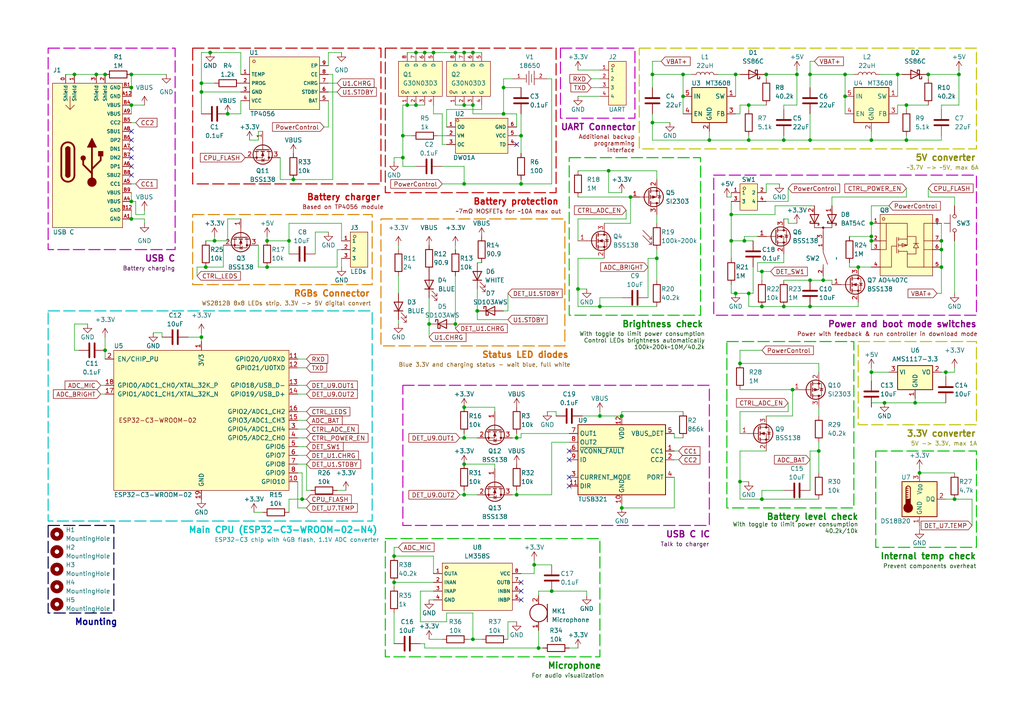
<source format=kicad_sch>
(kicad_sch (version 20230121) (generator eeschema)
  (paper "A4")
  (title_block (title "LEDs") (date "2023-10-01") (rev "23.10.01") (company "LukeMech"))
  (junction (at 262.89 30.48))
  (junction (at 151.13 39.37))
  (junction (at 248.92 77.47))
  (junction (at 60.96 15.24))
  (junction (at 229.87 113.03))
  (junction (at 116.84 39.37))
  (junction (at 217.17 30.48))
  (junction (at 160.02 171.45))
  (junction (at 278.13 21.59))
  (junction (at 215.9 69.85))
  (junction (at 213.36 85.09))
  (junction (at 58.42 24.13))
  (junction (at 151.13 53.34))
  (junction (at 27.94 21.59))
  (junction (at 234.95 40.64))
  (junction (at 116.84 45.72))
  (junction (at 231.14 21.59))
  (junction (at 58.42 97.79))
  (junction (at 227.33 88.9))
  (junction (at 87.63 144.78))
  (junction (at 137.16 30.48))
  (junction (at 120.65 15.24))
  (junction (at 198.12 27.94))
  (junction (at 252.73 40.64))
  (junction (at 273.05 69.85))
  (junction (at 38.1 63.5))
  (junction (at 234.95 21.59))
  (junction (at 180.34 147.32))
  (junction (at 245.11 21.59))
  (junction (at 38.1 58.42))
  (junction (at 220.98 78.74))
  (junction (at 134.62 143.51))
  (junction (at 252.73 69.85))
  (junction (at 132.08 93.98))
  (junction (at 146.05 25.4))
  (junction (at 274.32 107.95))
  (junction (at 205.74 40.64))
  (junction (at 173.99 88.9))
  (junction (at 58.42 26.67))
  (junction (at 134.62 118.11))
  (junction (at 220.98 144.78))
  (junction (at 238.76 81.28))
  (junction (at 66.04 33.02))
  (junction (at 198.12 21.59))
  (junction (at 125.73 15.24))
  (junction (at 134.62 134.62))
  (junction (at 234.95 81.28))
  (junction (at 38.1 25.4))
  (junction (at 120.65 30.48))
  (junction (at 212.09 62.23))
  (junction (at 269.24 21.59))
  (junction (at 59.69 77.47))
  (junction (at 21.59 21.59))
  (junction (at 154.94 163.83))
  (junction (at 134.62 53.34))
  (junction (at 137.16 15.24))
  (junction (at 85.09 52.07))
  (junction (at 138.43 90.17))
  (junction (at 77.47 77.47))
  (junction (at 134.62 15.24))
  (junction (at 173.99 120.65))
  (junction (at 149.86 143.51))
  (junction (at 123.19 15.24))
  (junction (at 276.86 144.78))
  (junction (at 266.7 137.16))
  (junction (at 83.82 69.85))
  (junction (at 214.63 105.41))
  (junction (at 227.33 40.64))
  (junction (at 265.43 116.84))
  (junction (at 167.64 83.82))
  (junction (at 38.1 21.59))
  (junction (at 256.54 116.84))
  (junction (at 149.86 127))
  (junction (at 176.53 49.53))
  (junction (at 222.25 21.59))
  (junction (at 190.5 74.93))
  (junction (at 237.49 130.81))
  (junction (at 182.88 57.15))
  (junction (at 260.35 21.59))
  (junction (at 252.73 64.77))
  (junction (at 245.11 27.94))
  (junction (at 62.23 69.85))
  (junction (at 189.23 21.59))
  (junction (at 252.73 107.95))
  (junction (at 134.62 127))
  (junction (at 262.89 40.64))
  (junction (at 217.17 85.09))
  (junction (at 114.3 161.29))
  (junction (at 30.48 21.59))
  (junction (at 30.48 101.6))
  (junction (at 114.3 168.91))
  (junction (at 234.95 88.9))
  (junction (at 38.1 30.48))
  (junction (at 156.21 187.96))
  (junction (at 214.63 139.7))
  (junction (at 118.11 30.48))
  (junction (at 212.09 69.85))
  (junction (at 146.05 33.02))
  (junction (at 77.47 69.85))
  (junction (at 252.73 68.58))
  (junction (at 217.17 40.64))
  (junction (at 220.98 88.9))
  (junction (at 273.05 72.39))
  (junction (at 137.16 185.42))
  (junction (at 124.46 93.98))
  (junction (at 132.08 15.24))
  (junction (at 180.34 120.65))
  (junction (at 273.05 77.47))
  (junction (at 189.23 35.56))
  (junction (at 134.62 30.48))
  (junction (at 213.36 21.59))
  (no_connect (at 38.1 40.64))
  (no_connect (at 38.1 43.18))
  (no_connect (at 165.1 140.97))
  (no_connect (at 151.13 168.91))
  (no_connect (at 38.1 38.1))
  (no_connect (at 165.1 130.81))
  (no_connect (at 38.1 50.8))
  (no_connect (at 38.1 48.26))
  (no_connect (at 151.13 173.99))
  (no_connect (at 165.1 133.35))
  (no_connect (at 151.13 171.45))
  (no_connect (at 38.1 45.72))
  (no_connect (at 149.86 41.91))
  (no_connect (at 165.1 138.43))
  (wire (pts (xy 19.05 21.59) (xy 21.59 21.59)))
  (wire (pts (xy 228.6 58.42) (xy 222.25 58.42)))
  (wire (pts (xy 234.95 17.78) (xy 234.95 21.59)))
  (wire (pts (xy 125.73 33.02) (xy 128.27 33.02)))
  (wire (pts (xy 77.47 69.85) (xy 83.82 69.85)))
  (wire (pts (xy 96.52 52.07) (xy 85.09 52.07)))
  (wire (pts (xy 218.44 85.09) (xy 217.17 85.09)))
  (wire (pts (xy 273.05 31.75) (xy 273.05 30.48)))
  (wire (pts (xy 252.73 107.95) (xy 252.73 110.49)))
  (wire (pts (xy 165.1 187.96) (xy 167.64 187.96)))
  (wire (pts (xy 149.86 125.73) (xy 149.86 127)))
  (wire (pts (xy 146.05 22.86) (xy 148.59 22.86)))
  (wire (pts (xy 128.27 48.26) (xy 134.62 48.26)))
  (wire (pts (xy 238.76 80.01) (xy 238.76 81.28)))
  (wire (pts (xy 262.89 54.61) (xy 262.89 57.15)))
  (wire (pts (xy 99.06 72.39) (xy 97.79 72.39)))
  (wire (pts (xy 134.62 118.11) (xy 143.51 118.11)))
  (wire (pts (xy 57.15 77.47) (xy 59.69 77.47)))
  (wire (pts (xy 182.88 57.15) (xy 182.88 64.77)))
  (wire (pts (xy 151.13 39.37) (xy 151.13 44.45)))
  (wire (pts (xy 248.92 88.9) (xy 248.92 87.63)))
  (wire (pts (xy 171.45 25.4) (xy 173.99 25.4)))
  (wire (pts (xy 146.05 90.17) (xy 147.32 90.17)))
  (wire (pts (xy 58.42 15.24) (xy 60.96 15.24)))
  (wire (pts (xy 224.79 59.69) (xy 224.79 62.23)))
  (wire (pts (xy 212.09 85.09) (xy 212.09 82.55)))
  (wire (pts (xy 99.06 64.77) (xy 83.82 64.77)))
  (wire (pts (xy 246.38 68.58) (xy 252.73 68.58)))
  (wire (pts (xy 114.3 46.99) (xy 114.3 45.72)))
  (wire (pts (xy 234.95 88.9) (xy 248.92 88.9)))
  (wire (pts (xy 132.08 80.01) (xy 132.08 93.98)))
  (wire (pts (xy 46.99 97.79) (xy 46.99 96.52)))
  (wire (pts (xy 115.57 92.71) (xy 115.57 93.98)))
  (wire (pts (xy 86.36 127) (xy 88.9 127)))
  (wire (pts (xy 115.57 80.01) (xy 115.57 85.09)))
  (wire (pts (xy 278.13 30.48) (xy 278.13 21.59)))
  (wire (pts (xy 129.54 177.8) (xy 137.16 177.8)))
  (wire (pts (xy 74.93 38.1) (xy 76.2 38.1)))
  (wire (pts (xy 217.17 39.37) (xy 217.17 40.64)))
  (wire (pts (xy 114.3 168.91) (xy 114.3 170.18)))
  (wire (pts (xy 181.61 63.5) (xy 167.64 63.5)))
  (wire (pts (xy 151.13 52.07) (xy 151.13 53.34)))
  (wire (pts (xy 220.98 101.6) (xy 214.63 101.6)))
  (wire (pts (xy 219.71 76.2) (xy 219.71 78.74)))
  (wire (pts (xy 214.63 139.7) (xy 214.63 144.78)))
  (wire (pts (xy 41.91 64.77) (xy 41.91 63.5)))
  (wire (pts (xy 245.11 21.59) (xy 247.65 21.59)))
  (wire (pts (xy 241.3 57.15) (xy 241.3 59.69)))
  (wire (pts (xy 167.64 57.15) (xy 182.88 57.15)))
  (wire (pts (xy 269.24 57.15) (xy 276.86 57.15)))
  (wire (pts (xy 190.5 74.93) (xy 190.5 81.28)))
  (wire (pts (xy 125.73 166.37) (xy 125.73 161.29)))
  (wire (pts (xy 195.58 138.43) (xy 195.58 147.32)))
  (wire (pts (xy 195.58 125.73) (xy 195.58 127)))
  (wire (pts (xy 273.05 69.85) (xy 273.05 72.39)))
  (wire (pts (xy 39.37 58.42) (xy 39.37 62.23)))
  (wire (pts (xy 189.23 33.02) (xy 189.23 35.56)))
  (wire (pts (xy 123.19 30.48) (xy 120.65 30.48)))
  (wire (pts (xy 137.16 33.02) (xy 146.05 33.02)))
  (wire (pts (xy 156.21 182.88) (xy 156.21 187.96)))
  (wire (pts (xy 54.61 97.79) (xy 58.42 97.79)))
  (wire (pts (xy 58.42 24.13) (xy 58.42 26.67)))
  (wire (pts (xy 138.43 90.17) (xy 138.43 92.71)))
  (wire (pts (xy 274.32 107.95) (xy 273.05 107.95)))
  (wire (pts (xy 58.42 26.67) (xy 69.85 26.67)))
  (wire (pts (xy 167.64 83.82) (xy 170.18 83.82)))
  (wire (pts (xy 245.11 27.94) (xy 245.11 33.02)))
  (wire (pts (xy 190.5 52.07) (xy 190.5 49.53)))
  (wire (pts (xy 151.13 53.34) (xy 160.02 53.34)))
  (wire (pts (xy 134.62 53.34) (xy 151.13 53.34)))
  (wire (pts (xy 269.24 21.59) (xy 278.13 21.59)))
  (wire (pts (xy 234.95 17.78) (xy 236.22 17.78)))
  (wire (pts (xy 205.74 40.64) (xy 217.17 40.64)))
  (wire (pts (xy 123.19 186.69) (xy 121.92 186.69)))
  (wire (pts (xy 86.36 114.3) (xy 88.9 114.3)))
  (wire (pts (xy 252.73 68.58) (xy 252.73 69.85)))
  (wire (pts (xy 273.05 72.39) (xy 273.05 77.47)))
  (wire (pts (xy 114.3 45.72) (xy 116.84 45.72)))
  (wire (pts (xy 139.7 30.48) (xy 139.7 31.75)))
  (wire (pts (xy 180.34 55.88) (xy 176.53 55.88)))
  (wire (pts (xy 86.36 134.62) (xy 88.9 134.62)))
  (wire (pts (xy 190.5 62.23) (xy 190.5 64.77)))
  (wire (pts (xy 99.06 15.24) (xy 95.25 15.24)))
  (wire (pts (xy 234.95 33.02) (xy 234.95 40.64)))
  (wire (pts (xy 252.73 69.85) (xy 252.73 72.39)))
  (wire (pts (xy 58.42 26.67) (xy 58.42 33.02)))
  (wire (pts (xy 135.89 185.42) (xy 137.16 185.42)))
  (wire (pts (xy 168.91 120.65) (xy 173.99 120.65)))
  (wire (pts (xy 125.73 30.48) (xy 125.73 33.02)))
  (wire (pts (xy 228.6 54.61) (xy 228.6 58.42)))
  (wire (pts (xy 269.24 22.86) (xy 269.24 21.59)))
  (wire (pts (xy 180.34 119.38) (xy 180.34 120.65)))
  (wire (pts (xy 212.09 62.23) (xy 212.09 69.85)))
  (wire (pts (xy 181.61 60.96) (xy 181.61 63.5)))
  (wire (pts (xy 149.86 36.83) (xy 149.86 33.02)))
  (wire (pts (xy 176.53 55.88) (xy 176.53 49.53)))
  (wire (pts (xy 69.85 63.5) (xy 66.04 63.5)))
  (wire (pts (xy 194.31 35.56) (xy 189.23 35.56)))
  (wire (pts (xy 260.35 30.48) (xy 262.89 30.48)))
  (wire (pts (xy 97.79 77.47) (xy 77.47 77.47)))
  (wire (pts (xy 21.59 101.6) (xy 22.86 101.6)))
  (wire (pts (xy 134.62 15.24) (xy 137.16 15.24)))
  (wire (pts (xy 116.84 39.37) (xy 116.84 45.72)))
  (wire (pts (xy 21.59 93.98) (xy 21.59 101.6)))
  (wire (pts (xy 83.82 64.77) (xy 83.82 69.85)))
  (wire (pts (xy 116.84 39.37) (xy 119.38 39.37)))
  (wire (pts (xy 91.44 67.31) (xy 95.25 67.31)))
  (wire (pts (xy 234.95 130.81) (xy 237.49 130.81)))
  (wire (pts (xy 227.33 142.24) (xy 220.98 142.24)))
  (wire (pts (xy 137.16 15.24) (xy 139.7 15.24)))
  (wire (pts (xy 95.25 24.13) (xy 97.79 24.13)))
  (wire (pts (xy 262.89 40.64) (xy 273.05 40.64)))
  (wire (pts (xy 27.94 21.59) (xy 30.48 21.59)))
  (wire (pts (xy 64.77 71.12) (xy 64.77 77.47)))
  (wire (pts (xy 95.25 15.24) (xy 95.25 19.05)))
  (wire (pts (xy 213.36 21.59) (xy 213.36 27.94)))
  (wire (pts (xy 60.96 15.24) (xy 69.85 15.24)))
  (wire (pts (xy 269.24 57.15) (xy 269.24 54.61)))
  (wire (pts (xy 231.14 64.77) (xy 228.6 64.77)))
  (wire (pts (xy 86.36 104.14) (xy 88.9 104.14)))
  (wire (pts (xy 118.11 30.48) (xy 116.84 30.48)))
  (wire (pts (xy 154.94 163.83) (xy 154.94 166.37)))
  (wire (pts (xy 222.25 22.86) (xy 222.25 21.59)))
  (wire (pts (xy 134.62 30.48) (xy 137.16 30.48)))
  (wire (pts (xy 58.42 24.13) (xy 62.23 24.13)))
  (wire (pts (xy 273.05 85.09) (xy 271.78 85.09)))
  (wire (pts (xy 219.71 68.58) (xy 215.9 68.58)))
  (wire (pts (xy 138.43 127) (xy 134.62 127)))
  (wire (pts (xy 214.63 101.6) (xy 214.63 105.41)))
  (wire (pts (xy 228.6 64.77) (xy 228.6 63.5)))
  (wire (pts (xy 252.73 38.1) (xy 252.73 40.64)))
  (wire (pts (xy 213.36 33.02) (xy 214.63 33.02)))
  (wire (pts (xy 95.25 21.59) (xy 96.52 21.59)))
  (wire (pts (xy 266.7 137.16) (xy 276.86 137.16)))
  (wire (pts (xy 234.95 81.28) (xy 238.76 81.28)))
  (wire (pts (xy 214.63 113.03) (xy 229.87 113.03)))
  (wire (pts (xy 229.87 113.03) (xy 229.87 120.65)))
  (wire (pts (xy 260.35 21.59) (xy 260.35 27.94)))
  (wire (pts (xy 252.73 40.64) (xy 262.89 40.64)))
  (wire (pts (xy 160.02 128.27) (xy 160.02 143.51)))
  (wire (pts (xy 262.89 30.48) (xy 269.24 30.48)))
  (wire (pts (xy 278.13 20.32) (xy 278.13 21.59)))
  (wire (pts (xy 176.53 49.53) (xy 167.64 49.53)))
  (wire (pts (xy 125.73 173.99) (xy 124.46 173.99)))
  (wire (pts (xy 132.08 93.98) (xy 132.08 95.25)))
  (wire (pts (xy 180.34 147.32) (xy 195.58 147.32)))
  (wire (pts (xy 234.95 21.59) (xy 234.95 25.4)))
  (wire (pts (xy 189.23 40.64) (xy 205.74 40.64)))
  (wire (pts (xy 88.9 147.32) (xy 86.36 147.32)))
  (wire (pts (xy 151.13 33.02) (xy 151.13 39.37)))
  (wire (pts (xy 180.34 86.36) (xy 173.99 86.36)))
  (wire (pts (xy 214.63 144.78) (xy 220.98 144.78)))
  (wire (pts (xy 86.36 129.54) (xy 88.9 129.54)))
  (wire (pts (xy 134.62 143.51) (xy 134.62 142.24)))
  (wire (pts (xy 160.02 143.51) (xy 149.86 143.51)))
  (wire (pts (xy 87.63 144.78) (xy 88.9 144.78)))
  (wire (pts (xy 129.54 180.34) (xy 129.54 177.8)))
  (wire (pts (xy 273.05 64.77) (xy 273.05 69.85)))
  (wire (pts (xy 86.36 119.38) (xy 88.9 119.38)))
  (wire (pts (xy 212.09 69.85) (xy 212.09 74.93)))
  (wire (pts (xy 227.33 81.28) (xy 234.95 81.28)))
  (wire (pts (xy 74.93 71.12) (xy 74.93 77.47)))
  (wire (pts (xy 59.69 69.85) (xy 62.23 69.85)))
  (wire (pts (xy 156.21 187.96) (xy 157.48 187.96)))
  (wire (pts (xy 241.3 57.15) (xy 262.89 57.15)))
  (wire (pts (xy 228.6 116.84) (xy 228.6 119.38)))
  (wire (pts (xy 137.16 185.42) (xy 139.7 185.42)))
  (wire (pts (xy 214.63 105.41) (xy 237.49 105.41)))
  (wire (pts (xy 255.27 21.59) (xy 260.35 21.59)))
  (wire (pts (xy 123.19 15.24) (xy 125.73 15.24)))
  (wire (pts (xy 213.36 21.59) (xy 214.63 21.59)))
  (wire (pts (xy 83.82 144.78) (xy 87.63 144.78)))
  (wire (pts (xy 118.11 15.24) (xy 120.65 15.24)))
  (wire (pts (xy 97.79 72.39) (xy 97.79 77.47)))
  (wire (pts (xy 252.73 116.84) (xy 256.54 116.84)))
  (wire (pts (xy 214.63 33.02) (xy 214.63 30.48)))
  (wire (pts (xy 132.08 15.24) (xy 134.62 15.24)))
  (wire (pts (xy 39.37 62.23) (xy 41.91 62.23)))
  (wire (pts (xy 121.92 180.34) (xy 129.54 180.34)))
  (wire (pts (xy 149.86 39.37) (xy 151.13 39.37)))
  (wire (pts (xy 57.15 77.47) (xy 57.15 80.01)))
  (wire (pts (xy 167.64 20.32) (xy 173.99 20.32)))
  (wire (pts (xy 231.14 20.32) (xy 231.14 21.59)))
  (wire (pts (xy 148.59 143.51) (xy 149.86 143.51)))
  (wire (pts (xy 236.22 59.69) (xy 224.79 59.69)))
  (wire (pts (xy 129.54 31.75) (xy 129.54 36.83)))
  (wire (pts (xy 156.21 172.72) (xy 156.21 171.45)))
  (wire (pts (xy 143.51 119.38) (xy 143.51 118.11)))
  (wire (pts (xy 274.32 107.95) (xy 276.86 107.95)))
  (wire (pts (xy 154.94 162.56) (xy 154.94 163.83)))
  (wire (pts (xy 86.36 106.68) (xy 88.9 106.68)))
  (wire (pts (xy 59.69 77.47) (xy 64.77 77.47)))
  (wire (pts (xy 276.86 57.15) (xy 276.86 59.69)))
  (wire (pts (xy 137.16 30.48) (xy 137.16 33.02)))
  (wire (pts (xy 147.32 85.09) (xy 147.32 90.17)))
  (wire (pts (xy 115.57 71.12) (xy 115.57 72.39)))
  (wire (pts (xy 147.32 92.71) (xy 138.43 92.71)))
  (wire (pts (xy 114.3 168.91) (xy 125.73 168.91)))
  (wire (pts (xy 133.35 143.51) (xy 134.62 143.51)))
  (wire (pts (xy 146.05 22.86) (xy 146.05 25.4)))
  (wire (pts (xy 88.9 111.76) (xy 86.36 111.76)))
  (wire (pts (xy 165.1 125.73) (xy 151.13 125.73)))
  (wire (pts (xy 217.17 31.75) (xy 217.17 30.48)))
  (wire (pts (xy 265.43 116.84) (xy 274.32 116.84)))
  (wire (pts (xy 151.13 125.73) (xy 151.13 127)))
  (wire (pts (xy 195.58 127) (xy 198.12 127)))
  (wire (pts (xy 167.64 74.93) (xy 167.64 83.82)))
  (wire (pts (xy 228.6 119.38) (xy 214.63 119.38)))
  (wire (pts (xy 81.28 52.07) (xy 81.28 45.72)))
  (wire (pts (xy 180.34 146.05) (xy 180.34 147.32)))
  (wire (pts (xy 114.3 158.75) (xy 114.3 161.29)))
  (wire (pts (xy 46.99 96.52) (xy 44.45 96.52)))
  (wire (pts (xy 256.54 116.84) (xy 265.43 116.84)))
  (wire (pts (xy 161.29 120.65) (xy 161.29 119.38)))
  (wire (pts (xy 217.17 85.09) (xy 217.17 88.9)))
  (wire (pts (xy 120.65 30.48) (xy 118.11 30.48)))
  (wire (pts (xy 128.27 41.91) (xy 128.27 33.02)))
  (wire (pts (xy 215.9 69.85) (xy 218.44 69.85)))
  (wire (pts (xy 266.7 135.89) (xy 266.7 137.16)))
  (wire (pts (xy 151.13 127) (xy 149.86 127)))
  (wire (pts (xy 114.3 177.8) (xy 114.3 186.69)))
  (wire (pts (xy 58.42 96.52) (xy 58.42 97.79)))
  (wire (pts (xy 88.9 121.92) (xy 86.36 121.92)))
  (wire (pts (xy 189.23 21.59) (xy 189.23 25.4)))
  (wire (pts (xy 190.5 88.9) (xy 173.99 88.9)))
  (wire (pts (xy 227.33 76.2) (xy 219.71 76.2)))
  (wire (pts (xy 132.08 71.12) (xy 132.08 72.39)))
  (wire (pts (xy 189.23 21.59) (xy 198.12 21.59)))
  (wire (pts (xy 252.73 107.95) (xy 252.73 106.68)))
  (wire (pts (xy 252.73 59.69) (xy 252.73 64.77)))
  (wire (pts (xy 124.46 86.36) (xy 124.46 93.98)))
  (wire (pts (xy 213.36 85.09) (xy 217.17 85.09)))
  (wire (pts (xy 143.51 135.89) (xy 143.51 134.62)))
  (wire (pts (xy 190.5 72.39) (xy 190.5 74.93)))
  (wire (pts (xy 252.73 107.95) (xy 257.81 107.95)))
  (wire (pts (xy 156.21 187.96) (xy 123.19 187.96)))
  (wire (pts (xy 189.23 17.78) (xy 191.77 17.78)))
  (wire (pts (xy 83.82 69.85) (xy 83.82 73.66)))
  (wire (pts (xy 95.25 36.83) (xy 93.98 36.83)))
  (wire (pts (xy 228.6 63.5) (xy 227.33 63.5)))
  (wire (pts (xy 95.25 36.83) (xy 95.25 29.21)))
  (wire (pts (xy 116.84 30.48) (xy 116.84 39.37)))
  (wire (pts (xy 220.98 144.78) (xy 237.49 144.78)))
  (wire (pts (xy 129.54 41.91) (xy 128.27 41.91)))
  (wire (pts (xy 246.38 76.2) (xy 246.38 77.47)))
  (wire (pts (xy 137.16 177.8) (xy 137.16 185.42)))
  (wire (pts (xy 215.9 69.85) (xy 212.09 69.85)))
  (wire (pts (xy 21.59 21.59) (xy 27.94 21.59)))
  (wire (pts (xy 21.59 93.98) (xy 25.4 93.98)))
  (wire (pts (xy 281.94 144.78) (xy 276.86 144.78)))
  (wire (pts (xy 99.06 64.77) (xy 99.06 69.85)))
  (wire (pts (xy 222.25 130.81) (xy 214.63 130.81)))
  (wire (pts (xy 38.1 63.5) (xy 41.91 63.5)))
  (wire (pts (xy 160.02 22.86) (xy 160.02 53.34)))
  (wire (pts (xy 234.95 21.59) (xy 245.11 21.59)))
  (wire (pts (xy 237.49 107.95) (xy 237.49 105.41)))
  (wire (pts (xy 173.99 120.65) (xy 180.34 120.65)))
  (wire (pts (xy 234.95 130.81) (xy 234.95 142.24)))
  (wire (pts (xy 97.79 26.67) (xy 95.25 26.67)))
  (wire (pts (xy 116.84 48.26) (xy 120.65 48.26)))
  (wire (pts (xy 274.32 109.22) (xy 274.32 107.95)))
  (wire (pts (xy 134.62 134.62) (xy 143.51 134.62)))
  (wire (pts (xy 38.1 53.34) (xy 39.37 53.34)))
  (wire (pts (xy 170.18 172.72) (xy 170.18 171.45)))
  (wire (pts (xy 138.43 143.51) (xy 134.62 143.51)))
  (wire (pts (xy 147.32 185.42) (xy 147.32 180.34)))
  (wire (pts (xy 189.23 17.78) (xy 189.23 21.59)))
  (wire (pts (xy 175.26 64.77) (xy 182.88 64.77)))
  (wire (pts (xy 266.7 152.4) (xy 266.7 153.67)))
  (wire (pts (xy 69.85 33.02) (xy 69.85 29.21)))
  (wire (pts (xy 175.26 74.93) (xy 167.64 74.93)))
  (wire (pts (xy 215.9 68.58) (xy 215.9 69.85)))
  (wire (pts (xy 127 39.37) (xy 129.54 39.37)))
  (wire (pts (xy 134.62 48.26) (xy 134.62 53.34)))
  (wire (pts (xy 87.63 144.78) (xy 87.63 137.16)))
  (wire (pts (xy 97.79 142.24) (xy 100.33 142.24)))
  (wire (pts (xy 88.9 142.24) (xy 90.17 142.24)))
  (wire (pts (xy 212.09 57.15) (xy 212.09 55.88)))
  (wire (pts (xy 274.32 144.78) (xy 276.86 144.78)))
  (wire (pts (xy 234.95 40.64) (xy 252.73 40.64)))
  (wire (pts (xy 149.86 127) (xy 148.59 127)))
  (wire (pts (xy 171.45 22.86) (xy 173.99 22.86)))
  (wire (pts (xy 224.79 62.23) (xy 212.09 62.23)))
  (wire (pts (xy 134.62 127) (xy 134.62 125.73)))
  (wire (pts (xy 30.48 97.79) (xy 30.48 101.6)))
  (wire (pts (xy 99.06 77.47) (xy 99.06 74.93)))
  (wire (pts (xy 138.43 83.82) (xy 138.43 90.17)))
  (wire (pts (xy 198.12 119.38) (xy 180.34 119.38)))
  (wire (pts (xy 128.27 53.34) (xy 134.62 53.34)))
  (wire (pts (xy 217.17 40.64) (xy 227.33 40.64)))
  (wire (pts (xy 38.1 55.88) (xy 38.1 58.42)))
  (wire (pts (xy 167.64 88.9) (xy 167.64 83.82)))
  (wire (pts (xy 220.98 88.9) (xy 227.33 88.9)))
  (wire (pts (xy 217.17 88.9) (xy 220.98 88.9)))
  (wire (pts (xy 173.99 86.36) (xy 173.99 88.9)))
  (wire (pts (xy 220.98 78.74) (xy 219.71 78.74)))
  (wire (pts (xy 38.1 30.48) (xy 38.1 33.02)))
  (wire (pts (xy 222.25 53.34) (xy 222.25 55.88)))
  (wire (pts (xy 260.35 33.02) (xy 260.35 30.48)))
  (wire (pts (xy 38.1 21.59) (xy 48.26 21.59)))
  (wire (pts (xy 87.63 137.16) (xy 86.36 137.16)))
  (wire (pts (xy 226.06 53.34) (xy 222.25 53.34)))
  (wire (pts (xy 66.04 63.5) (xy 66.04 69.85)))
  (wire (pts (xy 77.47 68.58) (xy 77.47 69.85)))
  (wire (pts (xy 88.9 142.24) (xy 88.9 134.62)))
  (wire (pts (xy 222.25 120.65) (xy 229.87 120.65)))
  (wire (pts (xy 214.63 130.81) (xy 214.63 139.7)))
  (wire (pts (xy 66.04 33.02) (xy 69.85 33.02)))
  (wire (pts (xy 198.12 21.59) (xy 200.66 21.59)))
  (wire (pts (xy 83.82 148.59) (xy 83.82 144.78)))
  (wire (pts (xy 212.09 58.42) (xy 212.09 62.23)))
  (wire (pts (xy 214.63 119.38) (xy 214.63 125.73)))
  (wire (pts (xy 41.91 62.23) (xy 41.91 60.96)))
  (wire (pts (xy 223.52 78.74) (xy 220.98 78.74)))
  (wire (pts (xy 138.43 76.2) (xy 139.7 76.2)))
  (wire (pts (xy 195.58 133.35) (xy 196.85 133.35)))
  (wire (pts (xy 146.05 25.4) (xy 151.13 25.4)))
  (wire (pts (xy 58.42 15.24) (xy 58.42 24.13)))
  (wire (pts (xy 91.44 67.31) (xy 91.44 73.66)))
  (wire (pts (xy 273.05 39.37) (xy 273.05 40.64)))
  (wire (pts (xy 38.1 60.96) (xy 38.1 63.5)))
  (wire (pts (xy 217.17 30.48) (xy 222.25 30.48)))
  (wire (pts (xy 74.93 77.47) (xy 77.47 77.47)))
  (wire (pts (xy 265.43 115.57) (xy 265.43 116.84)))
  (wire (pts (xy 252.73 64.77) (xy 252.73 68.58)))
  (wire (pts (xy 146.05 33.02) (xy 149.86 33.02)))
  (wire (pts (xy 88.9 124.46) (xy 86.36 124.46)))
  (wire (pts (xy 133.35 127) (xy 134.62 127)))
  (wire (pts (xy 262.89 39.37) (xy 262.89 40.64)))
  (wire (pts (xy 121.92 171.45) (xy 121.92 180.34)))
  (wire (pts (xy 58.42 99.06) (xy 58.42 97.79)))
  (wire (pts (xy 69.85 15.24) (xy 69.85 21.59)))
  (wire (pts (xy 208.28 21.59) (xy 213.36 21.59)))
  (wire (pts (xy 276.86 106.68) (xy 276.86 107.95)))
  (wire (pts (xy 198.12 21.59) (xy 198.12 27.94)))
  (wire (pts (xy 237.49 130.81) (xy 237.49 137.16)))
  (wire (pts (xy 123.19 187.96) (xy 123.19 186.69)))
  (wire (pts (xy 237.49 128.27) (xy 237.49 130.81)))
  (wire (pts (xy 195.58 130.81) (xy 196.85 130.81)))
  (wire (pts (xy 187.96 74.93) (xy 187.96 86.36)))
  (wire (pts (xy 252.73 116.84) (xy 252.73 118.11)))
  (wire (pts (xy 220.98 78.74) (xy 220.98 81.28)))
  (wire (pts (xy 86.36 132.08) (xy 88.9 132.08)))
  (wire (pts (xy 38.1 30.48) (xy 41.91 30.48)))
  (wire (pts (xy 189.23 35.56) (xy 189.23 40.64)))
  (wire (pts (xy 248.92 77.47) (xy 246.38 77.47)))
  (wire (pts (xy 62.23 69.85) (xy 66.04 69.85)))
  (wire (pts (xy 262.89 31.75) (xy 262.89 30.48)))
  (wire (pts (xy 212.09 57.15) (xy 210.82 57.15)))
  (wire (pts (xy 237.49 118.11) (xy 237.49 120.65)))
  (wire (pts (xy 170.18 171.45) (xy 160.02 171.45)))
  (wire (pts (xy 72.39 40.64) (xy 74.93 40.64)))
  (wire (pts (xy 212.09 85.09) (xy 213.36 85.09)))
  (wire (pts (xy 124.46 93.98) (xy 124.46 97.79)))
  (wire (pts (xy 154.94 163.83) (xy 160.02 163.83)))
  (wire (pts (xy 139.7 31.75) (xy 129.54 31.75)))
  (wire (pts (xy 86.36 147.32) (xy 86.36 139.7)))
  (wire (pts (xy 227.33 30.48) (xy 231.14 30.48)))
  (wire (pts (xy 38.1 25.4) (xy 38.1 27.94)))
  (wire (pts (xy 276.86 69.85) (xy 276.86 85.09)))
  (wire (pts (xy 241.3 81.28) (xy 238.76 81.28)))
  (wire (pts (xy 176.53 49.53) (xy 190.5 49.53)))
  (wire (pts (xy 227.33 73.66) (xy 227.33 76.2)))
  (wire (pts (xy 227.33 39.37) (xy 227.33 40.64)))
  (wire (pts (xy 120.65 15.24) (xy 123.19 15.24)))
  (wire (pts (xy 167.64 63.5) (xy 167.64 69.85)))
  (wire (pts (xy 125.73 161.29) (xy 114.3 161.29)))
  (wire (pts (xy 214.63 139.7) (xy 217.17 139.7)))
  (wire (pts (xy 81.28 52.07) (xy 85.09 52.07)))
  (wire (pts (xy 116.84 48.26) (xy 116.84 45.72)))
  (wire (pts (xy 260.35 21.59) (xy 261.62 21.59)))
  (wire (pts (xy 73.66 148.59) (xy 76.2 148.59)))
  (wire (pts (xy 220.98 142.24) (xy 220.98 144.78)))
  (wire (pts (xy 231.14 30.48) (xy 231.14 21.59)))
  (wire (pts (xy 198.12 27.94) (xy 198.12 33.02)))
  (wire (pts (xy 96.52 21.59) (xy 96.52 52.07)))
  (wire (pts (xy 132.08 30.48) (xy 134.62 30.48)))
  (wire (pts (xy 29.21 111.76) (xy 30.48 111.76)))
  (wire (pts (xy 160.02 22.86) (xy 158.75 22.86)))
  (wire (pts (xy 227.33 40.64) (xy 234.95 40.64)))
  (wire (pts (xy 38.1 21.59) (xy 38.1 25.4)))
  (wire (pts (xy 245.11 21.59) (xy 245.11 27.94)))
  (wire (pts (xy 156.21 171.45) (xy 160.02 171.45)))
  (wire (pts (xy 62.23 68.58) (xy 62.23 69.85)))
  (wire (pts (xy 218.44 77.47) (xy 218.44 85.09)))
  (wire (pts (xy 30.48 101.6) (xy 30.48 104.14)))
  (wire (pts (xy 241.3 82.55) (xy 241.3 81.28)))
  (wire (pts (xy 115.57 158.75) (xy 114.3 158.75)))
  (wire (pts (xy 205.74 38.1) (xy 205.74 40.64)))
  (wire (pts (xy 257.81 59.69) (xy 252.73 59.69)))
  (wire (pts (xy 173.99 88.9) (xy 167.64 88.9)))
  (wire (pts (xy 124.46 185.42) (xy 128.27 185.42)))
  (wire (pts (xy 281.94 152.4) (xy 281.94 144.78)))
  (wire (pts (xy 154.94 166.37) (xy 151.13 166.37)))
  (wire (pts (xy 147.32 180.34) (xy 149.86 180.34)))
  (wire (pts (xy 222.25 21.59) (xy 231.14 21.59)))
  (wire (pts (xy 214.63 30.48) (xy 217.17 30.48)))
  (wire (pts (xy 149.86 142.24) (xy 149.86 143.51)))
  (wire (pts (xy 125.73 15.24) (xy 132.08 15.24)))
  (wire (pts (xy 146.05 25.4) (xy 146.05 33.02)))
  (wire (pts (xy 39.37 58.42) (xy 38.1 58.42)))
  (wire (pts (xy 38.1 35.56) (xy 39.37 35.56)))
  (wire (pts (xy 248.92 77.47) (xy 252.73 77.47)))
  (wire (pts (xy 167.64 27.94) (xy 173.99 27.94)))
  (wire (pts (xy 273.05 30.48) (xy 278.13 30.48)))
  (wire (pts (xy 165.1 128.27) (xy 160.02 128.27)))
  (wire (pts (xy 273.05 77.47) (xy 273.05 85.09)))
  (wire (pts (xy 125.73 171.45) (xy 121.92 171.45)))
  (wire (pts (xy 161.29 119.38) (xy 158.75 119.38)))
  (wire (pts (xy 187.96 74.93) (xy 190.5 74.93)))
  (wire (pts (xy 227.33 88.9) (xy 234.95 88.9)))
  (wire (pts (xy 227.33 31.75) (xy 227.33 30.48)))
  (wire (pts (xy 173.99 119.38) (xy 173.99 120.65)))
  (wire (pts (xy 30.48 114.3) (xy 29.21 114.3)))
  (wire (pts (xy 74.93 40.64) (xy 74.93 38.1)))
  (rectangle (start 162.56 13.97) (end 184.15 34.29) (stroke (width 0.3) (type dash) (color 194 0 194 1)))
  (rectangle (start 116.84 111.76) (end 205.74 152.4) (stroke (width 0.3) (type dash) (color 194 0 194 1)))
  (rectangle (start 55.88 13.97) (end 110.49 53.34) (stroke (width 0.3) (type dash) (color 194 0 0 1)))
  (rectangle (start 13.97 13.97) (end 50.8 72.39) (stroke (width 0.3) (type dash) (color 194 0 194 1)))
  (rectangle (start 210.82 99.06) (end 247.65 147.32) (stroke (width 0.3) (type dash) (color 0 194 0 1)))
  (rectangle (start 110.49 63.5) (end 163.83 100.33) (stroke (width 0.3) (type dash) (color 221 133 0 1)))
  (rectangle (start 55.88 62.23) (end 107.95 82.55) (stroke (width 0.3) (type dash) (color 221 133 0 1)))
  (rectangle (start 165.1 45.72) (end 203.2 91.44) (stroke (width 0.3) (type dash) (color 0 194 0 1)))
  (rectangle (start 185.42 13.97) (end 283.21 43.18) (stroke (width 0.3) (type dash) (color 194 194 0 1)))
  (rectangle (start 111.76 156.21) (end 173.99 190.5) (stroke (width 0.3) (type dash) (color 0 194 0 1)))
  (rectangle (start 248.92 99.06) (end 283.21 123.19) (stroke (width 0.3) (type dash) (color 194 194 0 1)))
  (rectangle (start 13.97 152.4) (end 33.02 177.8) (stroke (width 0.3) (type dash) (color 0 0 72 1)))
  (rectangle (start 13.97 90.17) (end 107.95 151.13) (stroke (width 0.3) (type dash) (color 0 194 194 1)))
  (rectangle (start 254 130.81) (end 283.21 158.75) (stroke (width 0.3) (type dash) (color 0 194 0 1)))
  (rectangle (start 207.01 50.8) (end 283.21 91.44) (stroke (width 0.3) (type dash) (color 194 0 194 1)))
  (rectangle (start 111.76 13.97) (end 161.29 55.88) (stroke (width 0.3) (type dash) (color 194 0 0 1)))
  (text "Internal temp check" (at 255.27 162.56 0) (effects (font (size 1.8 1.8) (thickness 0.36) bold) (justify left bottom)))
  (text "With toggle to limit power consumption\nControl LEDs brightness automatically\n100k~200k~10M/40.2k" (at 204.47 101.6 0) (effects (font (size 1.2 1.2)) (justify right bottom)))
  (text "USB C\n" (at 41.91 76.2 0) (effects (font (size 1.8 1.8) (thickness 0.36) bold) (justify left bottom)))
  (text "Battery level check" (at 222.25 151.13 0) (effects (font (size 1.8 1.8) (thickness 0.36) bold) (justify left bottom)))
  (text "Prevent components overheat" (at 283.21 165.1 0) (effects (font (size 1.2 1.2)) (justify right bottom)))
  (text "Power with feedback & run controller in download mode" (at 231.14 97.79 0) (effects (font (size 1.2 1.2)) (justify left bottom)))
  (text "Main CPU (ESP32-C3-WROOM-02-N4)" (at 54.61 154.94 0) (effects (font (size 1.8 1.8) (thickness 0.36) bold) (justify left bottom)))
  (text "Brightness check" (at 180.34 95.25 0) (effects (font (size 1.8 1.8) (thickness 0.36) bold) (justify left bottom)))
  (text "Microphone\n" (at 158.75 194.31 0) (effects (font (size 1.8 1.8) (thickness 0.36) bold) (justify left bottom)))
  (text "Blue 3.3V and charging status - wait blue, full white" (at 115.57 106.68 0) (effects (font (size 1.2 1.2)) (justify left bottom)))
  (text "WS2812B 8x8 LEDs strip, 3.3V -> 5V digital convert" (at 58.42 88.9 0) (effects (font (size 1.2 1.2)) (justify left bottom)))
  (text "3.3V converter\n" (at 262.89 127 0) (effects (font (size 1.8 1.8) (thickness 0.36) bold) (justify left bottom)))
  (text "RGBs Connector" (at 85.09 86.36 0) (effects (font (size 1.8 1.8) (thickness 0.36) bold) (justify left bottom)))
  (text "Battery protection" (at 137.16 59.69 0) (effects (font (size 1.8 1.8) (thickness 0.36) bold) (justify left bottom)))
  (text "Status LED diodes" (at 139.7 104.14 0) (effects (font (size 1.8 1.8) (thickness 0.36) bold) (justify left bottom)))
  (text "Talk to charger" (at 205.74 158.75 0) (effects (font (size 1.2 1.2)) (justify right bottom)))
  (text "5V -> 3.3V, max 1A" (at 264.16 129.54 0) (effects (font (size 1.2 1.2)) (justify left bottom)))
  (text "Battery charging" (at 50.8 78.74 0) (effects (font (size 1.2 1.2)) (justify right bottom)))
  (text "~7mΩ MOSFETs for ~10A max out" (at 132.08 62.23 0) (effects (font (size 1.2 1.2)) (justify left bottom)))
  (text "ESP32-C3 chip with 4GB flash, 1.1V ADC converter" (at 62.23 157.48 0) (effects (font (size 1.2 1.2)) (justify left bottom)))
  (text "Mounting" (at 21.59 181.61 0) (effects (font (size 1.8 1.8) (thickness 0.36) bold) (justify left bottom)))
  (text "USB C IC\n" (at 193.04 156.21 0) (effects (font (size 1.8 1.8) (thickness 0.36) bold) (justify left bottom)))
  (text "Power and boot mode switches" (at 240.03 95.25 0) (effects (font (size 1.8 1.8) (thickness 0.36) bold) (justify left bottom)))
  (text "5V converter\n" (at 265.43 46.99 0) (effects (font (size 1.8 1.8) (thickness 0.36) bold) (justify left bottom)))
  (text "Battery charger\n" (at 88.9 58.42 0) (effects (font (size 1.8 1.8) (thickness 0.36) bold) (justify left bottom)))
  (text "Based on TP4056 module" (at 87.63 60.96 0) (effects (font (size 1.2 1.2)) (justify left bottom)))
  (text "UART Connector\n" (at 162.56 38.1 0) (effects (font (size 1.8 1.8) (thickness 0.36) bold) (justify left bottom)))
  (text "Additional backup\nprogramming\ninterface" (at 184.15 44.45 0) (effects (font (size 1.2 1.2)) (justify right bottom)))
  (text "~3.7V -> ~5V, max 6A" (at 262.89 49.53 0) (effects (font (size 1.2 1.2)) (justify left bottom)))
  (text "With toggle to limit power consumption\n40.2k/10k" (at 248.92 154.94 0) (effects (font (size 1.2 1.2)) (justify right bottom)))
  (text "For audio visualization" (at 175.26 196.85 0) (effects (font (size 1.2 1.2)) (justify right bottom)))
  (global_label "ADC_MIC" (shape input) (at 115.57 158.75 0) (property "Intersheetrefs" "${INTERSHEET_REFS}" (effects hide)))
  (global_label "CPU_FLASH" (shape input) (at 71.12 45.72 180) (property "Intersheetrefs" "${INTERSHEET_REFS}" (effects hide)))
  (global_label "DET_U9.OUT1" (shape input) (at 88.9 111.76 0) (property "Intersheetrefs" "${INTERSHEET_REFS}" (effects hide)))
  (global_label "CC2" (shape input) (at 39.37 35.56 0) (property "Intersheetrefs" "${INTERSHEET_REFS}" (effects hide)))
  (global_label "VBAT+" (shape input) (at 191.77 17.78 0) (property "Intersheetrefs" "${INTERSHEET_REFS}" (effects hide)))
  (global_label "DET_U9.OUT2" (shape input) (at 88.9 114.3 0) (property "Intersheetrefs" "${INTERSHEET_REFS}" (effects hide)))
  (global_label "PowerControl" (shape input) (at 93.98 36.83 180) (property "Intersheetrefs" "${INTERSHEET_REFS}" (effects hide)))
  (global_label "PowerControl" (shape input) (at 220.98 101.6 0) (property "Intersheetrefs" "${INTERSHEET_REFS}" (effects hide)))
  (global_label "PowerControl" (shape input) (at 257.81 59.69 0) (property "Intersheetrefs" "${INTERSHEET_REFS}" (effects hide)))
  (global_label "CPU_FLASH" (shape input) (at 88.9 144.78 0) (property "Intersheetrefs" "${INTERSHEET_REFS}" (effects hide)))
  (global_label "ADC_BRIGHT" (shape input) (at 187.96 77.47 180) (property "Intersheetrefs" "${INTERSHEET_REFS}" (effects hide)))
  (global_label "ADC_BAT" (shape input) (at 88.9 121.92 0) (property "Intersheetrefs" "${INTERSHEET_REFS}" (effects hide)))
  (global_label "CC2" (shape input) (at 196.85 133.35 0) (property "Intersheetrefs" "${INTERSHEET_REFS}" (effects hide)))
  (global_label "DET_SW1" (shape input) (at 88.9 129.54 0) (property "Intersheetrefs" "${INTERSHEET_REFS}" (effects hide)))
  (global_label "CTRL_ADC_EN" (shape input) (at 228.6 116.84 180) (property "Intersheetrefs" "${INTERSHEET_REFS}" (effects hide)))
  (global_label "ADC_BAT" (shape input) (at 234.95 133.35 180) (property "Intersheetrefs" "${INTERSHEET_REFS}" (effects hide)))
  (global_label "DET_U7.TEMP" (shape input) (at 281.94 152.4 180) (property "Intersheetrefs" "${INTERSHEET_REFS}" (effects hide)))
  (global_label "CC1" (shape input) (at 196.85 130.81 0) (property "Intersheetrefs" "${INTERSHEET_REFS}" (effects hide)))
  (global_label "VBAT+" (shape input) (at 236.22 17.78 0) (property "Intersheetrefs" "${INTERSHEET_REFS}" (effects hide)))
  (global_label "CTRL_POWER_EN" (shape input) (at 88.9 127 0) (property "Intersheetrefs" "${INTERSHEET_REFS}" (effects hide)))
  (global_label "CTRL_ADC_EN" (shape input) (at 88.9 124.46 0) (property "Intersheetrefs" "${INTERSHEET_REFS}" (effects hide)))
  (global_label "VBAT+" (shape input) (at 271.78 85.09 180) (property "Intersheetrefs" "${INTERSHEET_REFS}" (effects hide)))
  (global_label "TXD" (shape input) (at 88.9 106.68 0) (property "Intersheetrefs" "${INTERSHEET_REFS}" (effects hide)))
  (global_label "CTRL_POWER_EN" (shape input) (at 262.89 54.61 180) (property "Intersheetrefs" "${INTERSHEET_REFS}" (effects hide)))
  (global_label "U1.STDBY" (shape input) (at 97.79 26.67 0) (property "Intersheetrefs" "${INTERSHEET_REFS}" (effects hide)))
  (global_label "CC1" (shape input) (at 39.37 53.34 0) (property "Intersheetrefs" "${INTERSHEET_REFS}" (effects hide)))
  (global_label "RXD" (shape input) (at 88.9 104.14 0) (property "Intersheetrefs" "${INTERSHEET_REFS}" (effects hide)))
  (global_label "CTRL_LEDS" (shape input) (at 57.15 80.01 0) (property "Intersheetrefs" "${INTERSHEET_REFS}" (effects hide)))
  (global_label "DET_U1.STDBY" (shape input) (at 88.9 134.62 0) (property "Intersheetrefs" "${INTERSHEET_REFS}" (effects hide)))
  (global_label "CPU_FLASH" (shape input) (at 269.24 54.61 0) (property "Intersheetrefs" "${INTERSHEET_REFS}" (effects hide)))
  (global_label "DET_U9.OUT2" (shape input) (at 133.35 143.51 180) (property "Intersheetrefs" "${INTERSHEET_REFS}" (effects hide)))
  (global_label "ADC_MIC" (shape input) (at 29.21 111.76 180) (property "Intersheetrefs" "${INTERSHEET_REFS}" (effects hide)))
  (global_label "RXD" (shape input) (at 171.45 22.86 180) (property "Intersheetrefs" "${INTERSHEET_REFS}" (effects hide)))
  (global_label "DET_U7.TEMP" (shape input) (at 88.9 147.32 0) (property "Intersheetrefs" "${INTERSHEET_REFS}" (effects hide)))
  (global_label "U1.STDBY" (shape input) (at 147.32 92.71 0) (property "Intersheetrefs" "${INTERSHEET_REFS}" (effects hide)))
  (global_label "DET_U1.CHRG" (shape input) (at 132.08 95.25 0) (property "Intersheetrefs" "${INTERSHEET_REFS}" (effects hide)))
  (global_label "ADC_BRIGHT" (shape input) (at 29.21 114.3 180) (property "Intersheetrefs" "${INTERSHEET_REFS}" (effects hide)))
  (global_label "U1.CHRG" (shape input) (at 97.79 24.13 0) (property "Intersheetrefs" "${INTERSHEET_REFS}" (effects hide)))
  (global_label "PowerControl" (shape input) (at 128.27 53.34 180) (property "Intersheetrefs" "${INTERSHEET_REFS}" (effects hide)))
  (global_label "DET_SW1" (shape input) (at 223.52 78.74 0) (property "Intersheetrefs" "${INTERSHEET_REFS}" (effects hide)))
  (global_label "CTRL_ADC_EN" (shape input) (at 181.61 60.96 180) (property "Intersheetrefs" "${INTERSHEET_REFS}" (effects hide)))
  (global_label "U1.CHRG" (shape input) (at 124.46 97.79 0) (property "Intersheetrefs" "${INTERSHEET_REFS}" (effects hide)))
  (global_label "DET_U9.OUT1" (shape input) (at 133.35 127 180) (property "Intersheetrefs" "${INTERSHEET_REFS}" (effects hide)))
  (global_label "PowerControl" (shape input) (at 228.6 54.61 0) (property "Intersheetrefs" "${INTERSHEET_REFS}" (effects hide)))
  (global_label "DET_U1.STDBY" (shape input) (at 147.32 85.09 0) (property "Intersheetrefs" "${INTERSHEET_REFS}" (effects hide)))
  (global_label "DET_U1.CHRG" (shape input) (at 88.9 132.08 0) (property "Intersheetrefs" "${INTERSHEET_REFS}" (effects hide)))
  (global_label "CTRL_LEDS" (shape input) (at 88.9 119.38 0) (property "Intersheetrefs" "${INTERSHEET_REFS}" (effects hide)))
  (global_label "TXD" (shape input) (at 171.45 25.4 180) (property "Intersheetrefs" "${INTERSHEET_REFS}" (effects hide)))
  (symbol (lib_id "Transistors:BSS138") (at 219.71 125.73 0) (unit 1)
    (property "Reference" "Q9" (at 224.79 124.46 0) (effects (justify left)))
    (property "Value" "BSS138" (at 224.79 127 0) (effects (justify left)))
    (property "Footprint" "Package_TO_SOT_SMD:SOT-23" (effects hide))
    (property "LCSC" "C347484" (effects hide))
  )
  (symbol (lib_id "power:GND") (at 217.17 139.7 0) (unit 1)
    (property "Reference" "#PWR038" (effects hide))
    (property "Value" "GND" (at 217.17 143.51 0))
  )
  (symbol (lib_id "power:GND") (at 99.06 15.24 0) (unit 1)
    (property "Reference" "#PWR04" (effects hide))
    (property "Value" "GND" (at 99.06 20.32 0))
  )
  (symbol (lib_id "power:+3.3V") (at 72.39 40.64 0) (unit 1)
    (property "Reference" "#PWR046" (effects hide))
    (property "Value" "+3.3V" (at 72.39 36.83 0))
  )
  (symbol (lib_id "power:+5V") (at 210.82 57.15 0) (unit 1)
    (property "Reference" "#PWR044" (effects hide))
    (property "Value" "+5V" (at 210.82 53.34 0))
  )
  (symbol (lib_id "Resistors:R-10k-100mW") (at 59.69 73.66 0) (unit 1)
    (property "Reference" "R25" (at 60.96 72.39 0) (effects (justify left)))
    (property "Value" "10k" (at 60.96 74.93 0) (effects (justify left)))
    (property "Footprint" "Resistor_SMD:R_0603_1608Metric_Pad0.98x0.95mm_HandSolder" (effects hide))
    (property "LCSC" "C103210" (effects hide))
  )
  (symbol (lib_id "Logic_Boards:LM358S") (at 138.43 170.18 0) (unit 1)
    (property "Reference" "U8" (at 138.43 158.75 0))
    (property "Value" "LM358S" (at 138.43 161.29 0))
    (property "Footprint" "footprint:SOP-8_L4.9-W3.9-P1.27-LS6.0-BL" (effects hide))
    (property "Datasheet" "https://item.szlcsc.com/383602.html" (effects hide))
    (property "LCSC" "C83902" (effects hide))
  )
  (symbol (lib_id "power:+3.3V") (at 167.64 187.96 0) (unit 1)
    (property "Reference" "#PWR048" (effects hide))
    (property "Value" "+3.3V" (at 167.64 184.15 0))
  )
  (symbol (lib_id "power:GND") (at 158.75 119.38 0) (unit 1)
    (property "Reference" "#PWR054" (effects hide))
    (property "Value" "GND" (at 158.75 123.19 0))
  )
  (symbol (lib_id "power:VBUS") (at 41.91 30.48 0) (unit 1)
    (property "Reference" "#PWR08" (effects hide))
    (property "Value" "VBUS" (at 41.91 25.4 0))
  )
  (symbol (lib_name "C-10uF-16V_1") (lib_id "Capacitors:C-10uF-16V") (at 50.8 97.79 90) (unit 1)
    (property "Reference" "C12" (at 50.8 91.44 90))
    (property "Value" "10uF" (at 50.8 93.98 90))
    (property "Footprint" "Capacitor_SMD:C_0805_2012Metric_Pad1.18x1.45mm_HandSolder" (effects hide))
    (property "LCSC" "C1713" (effects hide))
  )
  (symbol (lib_id "Device:D_Schottky_Dual_CommonCathode_AAK_Parallel") (at 238.76 64.77 270) (unit 1)
    (property "Reference" "D8" (at 243.84 62.23 90) (effects (justify left)))
    (property "Value" "BAT54C" (at 243.84 64.77 90) (effects (justify left)))
    (property "Footprint" "Package_TO_SOT_SMD:SOT-23" (effects hide))
    (property "LCSC" "C2992451" (effects hide))
  )
  (symbol (lib_id "power:VBUS") (at 173.99 119.38 0) (unit 1)
    (property "Reference" "#PWR045" (effects hide))
    (property "Value" "VBUS" (at 173.99 115.57 0))
  )
  (symbol (lib_id "Device:R") (at 276.86 140.97 0) (unit 1)
    (property "Reference" "R27" (at 278.13 139.7 0) (effects (justify left)))
    (property "Value" "4.7k" (at 278.13 142.24 0) (effects (justify left)))
    (property "Footprint" "Resistor_SMD:R_0603_1608Metric_Pad0.98x0.95mm_HandSolder" (effects hide))
    (property "LCSC" "C3017722" (effects hide))
  )
  (symbol (lib_id "Resistors:R-1k-100mW") (at 114.3 173.99 0) (unit 1)
    (property "Reference" "R35" (at 115.57 172.72 0) (effects (justify left)))
    (property "Value" "1k" (at 115.57 175.26 0) (effects (justify left)))
    (property "Footprint" "Resistor_SMD:R_0603_1608Metric_Pad0.98x0.95mm_HandSolder" (effects hide))
    (property "LCSC" "C3016283" (effects hide))
  )
  (symbol (lib_id "Resistors:R-82-100mW") (at 139.7 72.39 0) (unit 1)
    (property "Reference" "R14" (at 140.97 71.12 0) (effects (justify left)))
    (property "Value" "90.9" (at 140.97 73.66 0) (effects (justify left)))
    (property "Footprint" "Resistor_SMD:R_0603_1608Metric_Pad0.98x0.95mm_HandSolder" (effects hide))
    (property "LCSC" "C101232" (effects hide))
  )
  (symbol (lib_id "Device:LED") (at 124.46 82.55 90) (unit 1)
    (property "Reference" "D4" (at 128.27 81.28 90))
    (property "Value" "BLUE" (at 129.54 83.82 90))
    (property "Footprint" "LED_SMD:LED_0603_1608Metric_Pad1.05x0.95mm_HandSolder" (effects hide))
    (property "LCSC" "C965807" (effects hide))
  )
  (symbol (lib_id "Resistors:R-10k-100mW") (at 161.29 187.96 270) (unit 1)
    (property "Reference" "R34" (at 161.29 182.88 90))
    (property "Value" "10k" (at 161.29 185.42 90))
    (property "Footprint" "Resistor_SMD:R_0603_1608Metric_Pad0.98x0.95mm_HandSolder" (effects hide))
    (property "LCSC" "C103210" (effects hide))
  )
  (symbol (lib_id "power:GND") (at 115.57 93.98 0) (unit 1)
    (property "Reference" "#PWR020" (effects hide))
    (property "Value" "GND" (at 115.57 97.79 0))
  )
  (symbol (lib_id "Interface_USB:TUSB321") (at 180.34 133.35 0) (unit 1)
    (property "Reference" "U9" (at 167.64 121.92 0) (effects (justify left)))
    (property "Value" "TUSB321" (at 167.64 144.78 0) (effects (justify left)))
    (property "Footprint" "Package_DFN_QFN:Texas_X2QFN-12_1.6x1.6mm_P0.4mm" (effects hide))
    (property "Datasheet" "http://www.ti.com/lit/ds/symlink/tusb321.pdf" (effects hide))
    (property "LCSC" "C139392" (effects hide))
  )
  (symbol (lib_id "Device:D_Schottky") (at 265.43 21.59 180) (unit 1)
    (property "Reference" "D2" (at 265.43 15.24 0))
    (property "Value" "SS86C" (at 265.43 17.78 0))
    (property "Footprint" "Diode_SMD:D_SMC_Handsoldering" (effects hide))
    (property "LCSC" "C382823" (effects hide))
  )
  (symbol (lib_id "power:+5V") (at 278.13 20.32 0) (unit 1)
    (property "Reference" "#PWR010" (effects hide))
    (property "Value" "+5V" (at 278.13 16.51 0))
  )
  (symbol (lib_name "C-10uF-16V_2") (lib_id "Capacitors:C-10uF-16V") (at 184.15 86.36 90) (unit 1)
    (property "Reference" "C9" (at 184.15 80.01 90))
    (property "Value" "10uF" (at 184.15 82.55 90))
    (property "Footprint" "Capacitor_SMD:C_0805_2012Metric_Pad1.18x1.45mm_HandSolder" (effects hide))
    (property "LCSC" "C1713" (effects hide))
  )
  (symbol (lib_id "Device:LED") (at 138.43 80.01 90) (unit 1)
    (property "Reference" "D6" (at 142.24 78.74 90))
    (property "Value" "WHITE" (at 143.51 81.28 90))
    (property "Footprint" "LED_SMD:LED_0603_1608Metric_Pad1.05x0.95mm_HandSolder" (effects hide))
    (property "LCSC" "C965808" (effects hide))
  )
  (symbol (lib_id "Transistors:SI2303") (at 234.95 113.03 0) (mirror x) (unit 1)
    (property "Reference" "Q10" (at 240.03 111.76 0) (effects (justify left)))
    (property "Value" "SI2303" (at 240.03 114.3 0) (effects (justify left)))
    (property "Footprint" "Package_TO_SOT_SMD:SOT-23" (effects hide))
    (property "LCSC" "C545575" (effects hide))
  )
  (symbol (lib_id "Capacitors:C-0.1uF-16V") (at 124.46 48.26 90) (unit 1)
    (property "Reference" "C2" (at 124.46 41.91 90))
    (property "Value" "0.1uF" (at 124.46 44.45 90))
    (property "Footprint" "Capacitor_SMD:C_0402_1005Metric_Pad0.74x0.62mm_HandSolder" (effects hide))
    (property "LCSC" "C344189" (effects hide))
  )
  (symbol (lib_id "Resistors:R-1M-100mW") (at 34.29 21.59 270) (unit 1)
    (property "Reference" "R1" (at 34.29 16.51 90))
    (property "Value" "1M" (at 34.29 19.05 90))
    (property "Footprint" "Resistor_SMD:R_0603_1608Metric_Pad0.98x0.95mm_HandSolder" (effects hide))
    (property "LCSC" "C103216" (effects hide))
  )
  (symbol (lib_id "Logic_Boards:DW01A") (at 139.7 39.37 0) (unit 1)
    (property "Reference" "U2" (at 133.35 33.02 0))
    (property "Value" "DW01A" (at 134.62 45.72 0))
    (property "Footprint" "footprint:SOT-23-6_L2.9-W1.6-P0.95-LS2.8-BL" (effects hide))
    (property "Datasheet" "https://item.szlcsc.com/169042.html" (effects hide))
    (property "LCSC" "C351410" (effects hide))
  )
  (symbol (lib_name "R-1M-100mW_1") (lib_id "Resistors:R-1M-100mW") (at 167.64 53.34 0) (unit 1)
    (property "Reference" "R18" (at 170.18 52.07 0) (effects (justify left)))
    (property "Value" "1M" (at 170.18 54.61 0) (effects (justify left)))
    (property "Footprint" "Resistor_SMD:R_0603_1608Metric_Pad0.98x0.95mm_HandSolder" (effects hide))
    (property "LCSC" "C103216" (effects hide))
  )
  (symbol (lib_name "C-10uF-16V_4") (lib_id "Capacitors:C-10uF-16V") (at 234.95 85.09 0) (unit 1)
    (property "Reference" "C10" (at 237.49 83.82 0) (effects (justify left)))
    (property "Value" "10uF" (at 237.49 86.36 0) (effects (justify left)))
    (property "Footprint" "Capacitor_SMD:C_0805_2012Metric_Pad1.18x1.45mm_HandSolder" (effects hide))
    (property "LCSC" "C1713" (effects hide))
  )
  (symbol (lib_id "Device:C") (at 227.33 35.56 0) (unit 1)
    (property "Reference" "C5" (at 229.87 34.29 0) (effects (justify left)))
    (property "Value" "22uF" (at 229.87 36.83 0) (effects (justify left)))
    (property "Footprint" "Capacitor_SMD:C_0805_2012Metric_Pad1.18x1.45mm_HandSolder" (effects hide))
    (property "LCSC" "C98190" (effects hide))
  )
  (symbol (lib_id "power:VBUS") (at 66.04 33.02 0) (unit 1)
    (property "Reference" "#PWR06" (effects hide))
    (property "Value" "VBUS" (at 66.04 29.21 0))
  )
  (symbol (lib_id "Resistors:R-10k-100mW") (at 149.86 121.92 0) (unit 1)
    (property "Reference" "R3" (at 151.13 120.65 0) (effects (justify left)))
    (property "Value" "10k" (at 151.13 123.19 0) (effects (justify left)))
    (property "Footprint" "Resistor_SMD:R_0603_1608Metric_Pad0.98x0.95mm_HandSolder" (effects hide))
    (property "LCSC" "C103210" (effects hide))
  )
  (symbol (lib_id "power:+3.3V") (at 62.23 68.58 0) (unit 1)
    (property "Reference" "#PWR033" (effects hide))
    (property "Value" "+3.3V" (at 62.23 64.77 0))
  )
  (symbol (lib_id "Transistors:BSS138") (at 143.51 140.97 270) (unit 1)
    (property "Reference" "Q13" (at 143.51 147.32 90))
    (property "Value" "BSS138" (at 143.51 149.86 90))
    (property "Footprint" "Package_TO_SOT_SMD:SOT-23" (effects hide))
    (property "LCSC" "C347484" (effects hide))
  )
  (symbol (lib_id "Device:C") (at 273.05 35.56 0) (unit 1)
    (property "Reference" "C7" (at 276.86 34.29 0) (effects (justify left)))
    (property "Value" "22uF" (at 276.86 36.83 0) (effects (justify left)))
    (property "Footprint" "Capacitor_SMD:C_0805_2012Metric_Pad1.18x1.45mm_HandSolder" (effects hide))
    (property "LCSC" "C98190" (effects hide))
  )
  (symbol (lib_id "power:GND") (at 114.3 46.99 0) (unit 1)
    (property "Reference" "#PWR05" (effects hide))
    (property "Value" "GND" (at 114.3 50.8 0))
  )
  (symbol (lib_id "Resistors:R-100-100mW") (at 151.13 48.26 0) (unit 1)
    (property "Reference" "R6" (at 153.67 46.99 0) (effects (justify left)))
    (property "Value" "100" (at 153.67 49.53 0) (effects (justify left)))
    (property "Footprint" "Resistor_SMD:R_0603_1608Metric_Pad0.98x0.95mm_HandSolder" (effects hide))
    (property "LCSC" "C3017758" (effects hide))
  )
  (symbol (lib_id "power:+3.3V") (at 180.34 55.88 0) (unit 1)
    (property "Reference" "#PWR042" (effects hide))
    (property "Value" "+3.3V" (at 180.34 52.07 0))
  )
  (symbol (lib_id "power:VBUS") (at 124.46 71.12 0) (unit 1)
    (property "Reference" "#PWR022" (effects hide))
    (property "Value" "VBUS" (at 124.46 66.04 0))
  )
  (symbol (lib_id "Device:R") (at 123.19 39.37 90) (unit 1)
    (property "Reference" "R5" (at 123.19 34.29 90))
    (property "Value" "1k" (at 123.19 36.83 90))
    (property "Footprint" "Resistor_SMD:R_0603_1608Metric_Pad0.98x0.95mm_HandSolder" (effects hide))
    (property "LCSC" "C3016283" (effects hide))
  )
  (symbol (lib_id "power:+3.3V") (at 100.33 142.24 0) (unit 1)
    (property "Reference" "#PWR032" (effects hide))
    (property "Value" "+3.3V" (at 100.33 137.16 0))
  )
  (symbol (lib_id "power:GND") (at 213.36 85.09 0) (unit 1)
    (property "Reference" "#PWR013" (effects hide))
    (property "Value" "GND" (at 213.36 88.9 0))
  )
  (symbol (lib_id "power:+5V") (at 77.47 68.58 0) (unit 1)
    (property "Reference" "#PWR034" (effects hide))
    (property "Value" "+5V" (at 77.47 64.77 0))
  )
  (symbol (lib_id "Device:L") (at 204.47 21.59 90) (unit 1)
    (property "Reference" "L1" (at 204.47 16.51 90))
    (property "Value" "22uH" (at 204.47 19.05 90))
    (property "Footprint" "Inductor_SMD:L_Bourns-SRN8040_8x8.15mm" (effects hide))
    (property "LCSC" "C2942298" (effects hide))
  )
  (symbol (lib_id "Resistors:R-5.1k-100mW") (at 132.08 76.2 0) (unit 1)
    (property "Reference" "R13" (at 133.35 74.93 0) (effects (justify left)))
    (property "Value" "10k" (at 133.35 77.47 0) (effects (justify left)))
    (property "Footprint" "Resistor_SMD:R_0603_1608Metric_Pad0.98x0.95mm_HandSolder" (effects hide))
    (property "LCSC" "C103210" (effects hide))
  )
  (symbol (lib_id "power:VBUS") (at 41.91 60.96 0) (unit 1)
    (property "Reference" "#PWR01" (effects hide))
    (property "Value" "VBUS" (at 41.91 57.15 0))
  )
  (symbol (lib_id "Device:R") (at 222.25 26.67 0) (unit 1)
    (property "Reference" "R8" (at 224.79 25.4 0) (effects (justify left)))
    (property "Value" "40.2k" (at 224.79 27.94 0) (effects (justify left)))
    (property "Footprint" "Resistor_SMD:R_0603_1608Metric_Pad0.98x0.95mm_HandSolder" (effects hide))
    (property "LCSC" "C12447" (effects hide))
  )
  (symbol (lib_id "Transistors:BSS138") (at 172.72 69.85 0) (unit 1)
    (property "Reference" "Q4" (at 177.8 68.58 0) (effects (justify left)))
    (property "Value" "BSS138" (at 177.8 71.12 0) (effects (justify left)))
    (property "Footprint" "Package_TO_SOT_SMD:SOT-23" (effects hide))
    (property "LCSC" "C347484" (effects hide))
  )
  (symbol (lib_id "Device:L") (at 251.46 21.59 90) (unit 1)
    (property "Reference" "L2" (at 251.46 16.51 90))
    (property "Value" "22uH" (at 251.46 19.05 90))
    (property "Footprint" "Inductor_SMD:L_Bourns-SRN8040_8x8.15mm" (effects hide))
    (property "LCSC" "C2942298" (effects hide))
  )
  (symbol (lib_id "power:GND") (at 226.06 53.34 0) (unit 1)
    (property "Reference" "#PWR031" (effects hide))
    (property "Value" "GND" (at 226.06 57.15 0))
  )
  (symbol (lib_id "Logic_Boards:TP4056-MS") (at 82.55 24.13 0) (unit 1)
    (property "Reference" "U1" (at 73.66 15.24 0))
    (property "Value" "TP4056" (at 76.2 33.02 0))
    (property "Footprint" "footprint:SOP-8_L4.9-W3.9-P1.27-LS6.0-TL-EP" (effects hide))
    (property "Datasheet" "https://item.szlcsc.com/309710.html" (effects hide))
    (property "LCSC" "C7473158" (effects hide))
  )
  (symbol (lib_id "power:GND") (at 256.54 116.84 0) (unit 1)
    (property "Reference" "#PWR015" (effects hide))
    (property "Value" "GND" (at 256.54 120.65 0))
  )
  (symbol (lib_id "Capacitors:C-10uF-16V") (at 252.73 114.3 0) (unit 1)
    (property "Reference" "C13" (at 255.27 111.76 0) (effects (justify left)))
    (property "Value" "10uF" (at 255.27 114.3 0) (effects (justify left)))
    (property "Footprint" "Capacitor_SMD:C_0805_2012Metric_Pad1.18x1.45mm_HandSolder" (effects hide))
    (property "LCSC" "C1713" (effects hide))
  )
  (symbol (lib_id "Transistors:AO4407C") (at 262.89 69.85 0) (unit 1)
    (property "Reference" "Q8" (at 256.54 60.96 0))
    (property "Value" "AO4407C" (at 259.08 81.28 0))
    (property "Footprint" "footprint:SOP-8_L4.9-W3.9-P1.27-LS6.0-BL" (effects hide))
    (property "Datasheet" "https://item.szlcsc.com/383602.html" (effects hide))
    (property "LCSC" "C469397" (effects hide))
  )
  (symbol (lib_id "Resistors:R-10k-100mW") (at 149.86 138.43 0) (unit 1)
    (property "Reference" "R32" (at 151.13 137.16 0) (effects (justify left)))
    (property "Value" "10k" (at 151.13 139.7 0) (effects (justify left)))
    (property "Footprint" "Resistor_SMD:R_0603_1608Metric_Pad0.98x0.95mm_HandSolder" (effects hide))
    (property "LCSC" "C103210" (effects hide))
  )
  (symbol (lib_id "power:GND") (at 170.18 172.72 0) (unit 1)
    (property "Reference" "#PWR049" (effects hide))
    (property "Value" "GND" (at 170.18 176.53 0))
  )
  (symbol (lib_id "Mechanical:MountingHole") (at 16.51 165.1 0) (unit 1)
    (property "Reference" "H3" (at 19.05 163.83 0) (effects (justify left)))
    (property "Value" "MountingHole" (at 19.05 166.37 0) (effects (justify left)))
    (property "Footprint" "MountingHole:MountingHole_5.3mm_M5" (effects hide))
  )
  (symbol (lib_id "Mechanical:MountingHole") (at 16.51 160.02 0) (unit 1)
    (property "Reference" "H2" (at 19.05 158.75 0) (effects (justify left)))
    (property "Value" "MountingHole" (at 19.05 161.29 0) (effects (justify left)))
    (property "Footprint" "MountingHole:MountingHole_5.3mm_M5" (effects hide))
  )
  (symbol (lib_id "Resistors:R-10k-100mW") (at 143.51 185.42 270) (unit 1)
    (property "Reference" "R37" (at 143.51 180.34 90))
    (property "Value" "10k" (at 143.51 182.88 90))
    (property "Footprint" "Resistor_SMD:R_0603_1608Metric_Pad0.98x0.95mm_HandSolder" (effects hide))
    (property "LCSC" "C103210" (effects hide))
  )
  (symbol (lib_id "Transistors:BSS138") (at 69.85 68.58 270) (unit 1)
    (property "Reference" "Q3" (at 69.85 74.93 90))
    (property "Value" "BSS138" (at 69.85 77.47 90))
    (property "Footprint" "Package_TO_SOT_SMD:SOT-23" (effects hide))
    (property "LCSC" "C347484" (effects hide))
  )
  (symbol (lib_id "Switches:SMQS-01R-TP") (at 238.76 74.93 270) (unit 1)
    (property "Reference" "SW2" (at 233.68 74.93 90) (effects (justify left)))
    (property "Value" "~" (at 242.57 74.93 0))
    (property "Footprint" "footprint:SW-TH_KF1001-01P-B0-FL-ON-01B" (effects hide))
    (property "Datasheet" "https://datasheet.lcsc.com/lcsc/2304281021_SM-Switch-SMQS-01R-TP_C5299502.pdf" (effects hide))
    (property "LCSC" "C5299502" (effects hide))
  )
  (symbol (lib_id "Resistors:R-82-100mW") (at 124.46 74.93 0) (unit 1)
    (property "Reference" "R12" (at 125.73 73.66 0) (effects (justify left)))
    (property "Value" "90.9" (at 125.73 76.2 0) (effects (justify left)))
    (property "Footprint" "Resistor_SMD:R_0603_1608Metric_Pad0.98x0.95mm_HandSolder" (effects hide))
    (property "LCSC" "C101232" (effects hide))
  )
  (symbol (lib_id "Device:Microphone") (at 156.21 177.8 180) (unit 1)
    (property "Reference" "MK1" (at 160.02 177.2285 0) (effects (justify right)))
    (property "Value" "Microphone" (at 160.02 179.7685 0) (effects (justify right)))
    (property "Footprint" "footprint:MIC-TH_BD6.0_B6027AP383-056" (effects hide))
    (property "LCSC" "C5160215" (effects hide))
  )
  (symbol (lib_id "power:GND") (at 149.86 180.34 0) (unit 1)
    (property "Reference" "#PWR051" (effects hide))
    (property "Value" "GND" (at 149.86 184.15 0))
  )
  (symbol (lib_id "Connectors:BH-18650-A1AJ005") (at 153.67 22.86 0) (mirror y) (unit 1)
    (property "Reference" "V1" (at 153.67 16.51 0))
    (property "Value" "18650" (at 153.67 19.05 0))
    (property "Footprint" "footprint:BAT-TH_BH-18650-A1AJ005" (effects hide))
    (property "Datasheet" "https://atta.szlcsc.com/upload/public/pdf/source/20221129/D0CEC1B107B5F52E469FD9B49033E00F.pdf" (effects hide))
    (property "LCSC" "C5290176" (effects hide))
  )
  (symbol (lib_name "R-1M-100mW_1") (lib_id "Resistors:R-1M-100mW") (at 227.33 85.09 0) (unit 1)
    (property "Reference" "R23" (at 228.6 83.82 0) (effects (justify left)))
    (property "Value" "1M" (at 228.6 86.36 0) (effects (justify left)))
    (property "Footprint" "Resistor_SMD:R_0603_1608Metric_Pad0.98x0.95mm_HandSolder" (effects hide))
    (property "LCSC" "C103216" (effects hide))
  )
  (symbol (lib_id "power:+3.3V") (at 167.64 20.32 0) (unit 1)
    (property "Reference" "#PWR029" (effects hide))
    (property "Value" "+3.3V" (at 167.64 16.51 0))
  )
  (symbol (lib_id "Transistors:BSS138") (at 246.38 82.55 0) (unit 1)
    (property "Reference" "Q7" (at 251.46 81.28 0) (effects (justify left)))
    (property "Value" "BSS138" (at 251.46 83.82 0) (effects (justify left)))
    (property "Footprint" "Package_TO_SOT_SMD:SOT-23" (effects hide))
    (property "LCSC" "C347484" (effects hide))
  )
  (symbol (lib_id "Capacitors:C-0.1uF-16V") (at 26.67 101.6 90) (unit 1)
    (property "Reference" "C11" (at 26.67 105.41 90))
    (property "Value" "0.1uF" (at 26.67 107.95 90))
    (property "Footprint" "Capacitor_SMD:C_0402_1005Metric_Pad0.74x0.62mm_HandSolder" (effects hide))
    (property "LCSC" "C344189" (effects hide))
  )
  (symbol (lib_id "power:+3.3V") (at 58.42 96.52 0) (unit 1)
    (property "Reference" "#PWR026" (effects hide))
    (property "Value" "+3.3V" (at 58.42 91.44 0))
  )
  (symbol (lib_id "power:+3.3V") (at 154.94 162.56 0) (unit 1)
    (property "Reference" "#PWR053" (effects hide))
    (property "Value" "+3.3V" (at 154.94 158.75 0))
  )
  (symbol (lib_id "power:GND") (at 194.31 35.56 0) (unit 1)
    (property "Reference" "#PWR016" (effects hide))
    (property "Value" "GND" (at 194.31 39.37 0))
  )
  (symbol (lib_id "Device:R") (at 237.49 124.46 0) (unit 1)
    (property "Reference" "R29" (at 240.03 123.19 0) (effects (justify left)))
    (property "Value" "40.2k" (at 240.03 125.73 0) (effects (justify left)))
    (property "Footprint" "Resistor_SMD:R_0603_1608Metric_Pad0.98x0.95mm_HandSolder" (effects hide))
    (property "LCSC" "C12447" (effects hide))
  )
  (symbol (lib_id "power:GND") (at 276.86 85.09 0) (unit 1)
    (property "Reference" "#PWR021" (effects hide))
    (property "Value" "GND" (at 276.86 88.9 0))
  )
  (symbol (lib_id "power:VBUS") (at 85.09 44.45 0) (unit 1)
    (property "Reference" "#PWR07" (effects hide))
    (property "Value" "VBUS" (at 85.09 40.64 0))
  )
  (symbol (lib_name "C-0.1uF-16V_1") (lib_id "Capacitors:C-0.1uF-16V") (at 165.1 120.65 90) (unit 1)
    (property "Reference" "C19" (at 165.1 114.3 90))
    (property "Value" "0.1uF" (at 165.1 116.84 90))
    (property "Footprint" "Capacitor_SMD:C_0402_1005Metric_Pad0.74x0.62mm_HandSolder" (effects hide))
    (property "LCSC" "C344189" (effects hide))
  )
  (symbol (lib_id "power:+3.3V") (at 231.14 64.77 0) (unit 1)
    (property "Reference" "#PWR039" (effects hide))
    (property "Value" "+3.3V" (at 231.14 60.96 0))
  )
  (symbol (lib_id "Resistors:R-10k-100mW") (at 77.47 73.66 0) (unit 1)
    (property "Reference" "R17" (at 78.74 72.39 0) (effects (justify left)))
    (property "Value" "10k" (at 78.74 74.93 0) (effects (justify left)))
    (property "Footprint" "Resistor_SMD:R_0603_1608Metric_Pad0.98x0.95mm_HandSolder" (effects hide))
    (property "LCSC" "C103210" (effects hide))
  )
  (symbol (lib_name "C-0.1uF-16V_2") (lib_id "Capacitors:C-0.1uF-16V") (at 160.02 167.64 0) (unit 1)
    (property "Reference" "C17" (at 162.56 166.37 0) (effects (justify left)))
    (property "Value" "0.1uF" (at 162.56 168.91 0) (effects (justify left)))
    (property "Footprint" "Capacitor_SMD:C_0402_1005Metric_Pad0.74x0.62mm_HandSolder" (effects hide))
    (property "LCSC" "C344189" (effects hide))
  )
  (symbol (lib_id "power:GND") (at 99.06 77.47 0) (unit 1)
    (property "Reference" "#PWR036" (effects hide))
    (property "Value" "GND" (at 99.06 81.28 0))
  )
  (symbol (lib_id "Connectors:HB-PH8-20022PB2GOP") (at 217.17 57.15 0) (unit 1)
    (property "Reference" "SW1" (at 217.17 52.07 0))
    (property "Value" "4-pin" (effects hide))
    (property "Footprint" "footprint:HDR-TH_4P-P2.00-V-M-R2-C2-S2.00" (effects hide))
    (property "Datasheet" "https://item.szlcsc.com/562484.html" (effects hide))
    (property "LCSC" "C6332216" (effects hide))
  )
  (symbol (lib_name "R-1M-100mW_1") (lib_id "Resistors:R-1M-100mW") (at 212.09 78.74 0) (unit 1)
    (property "Reference" "R21" (at 213.36 77.47 0) (effects (justify left)))
    (property "Value" "1M" (at 213.36 80.01 0) (effects (justify left)))
    (property "Footprint" "Resistor_SMD:R_0603_1608Metric_Pad0.98x0.95mm_HandSolder" (effects hide))
    (property "LCSC" "C103216" (effects hide))
  )
  (symbol (lib_id "PCM_Espressif:ESP32-C3-WROOM-02") (at 58.42 121.92 0) (unit 1)
    (property "Reference" "U5" (at 33.02 100.33 0) (effects (justify left)))
    (property "Value" "ESP32-C3-WROOM-02" (at 33.02 143.51 0) (effects (justify left)))
    (property "Footprint" "PCM_Espressif:ESP32-C3-WROOM-02" (effects hide))
    (property "Datasheet" "https://www.espressif.com/sites/default/files/documentation/esp32-c3-wroom-02_datasheet_en.pdf" (effects hide))
    (property "LCSC" "C2934560" (effects hide))
  )
  (symbol (lib_id "power:+5V") (at 231.14 20.32 0) (unit 1)
    (property "Reference" "#PWR02" (effects hide))
    (property "Value" "+5V" (at 231.14 16.51 0))
  )
  (symbol (lib_id "Capacitors:C-10uF-16V") (at 87.63 73.66 270) (unit 1)
    (property "Reference" "C8" (at 86.36 67.31 90) (effects (justify left)))
    (property "Value" "10uF" (at 85.09 69.85 90) (effects (justify left)))
    (property "Footprint" "Capacitor_SMD:C_0805_2012Metric_Pad1.18x1.45mm_HandSolder" (effects hide))
    (property "LCSC" "C1713" (effects hide))
  )
  (symbol (lib_id "power:GND") (at 58.42 144.78 0) (unit 1)
    (property "Reference" "#PWR030" (effects hide))
    (property "Value" "GND" (at 58.42 148.59 0))
  )
  (symbol (lib_id "Resistors:R-10k-100mW") (at 85.09 48.26 0) (unit 1)
    (property "Reference" "R33" (at 86.36 46.99 0) (effects (justify left)))
    (property "Value" "10k" (at 86.36 49.53 0) (effects (justify left)))
    (property "Footprint" "Resistor_SMD:R_0603_1608Metric_Pad0.98x0.95mm_HandSolder" (effects hide))
    (property "LCSC" "C103210" (effects hide))
  )
  (symbol (lib_name "SW_MEC_5G_1") (lib_id "Switch:SW_MEC_5G") (at 276.86 64.77 90) (unit 1)
    (property "Reference" "SW3" (at 279.4 64.77 90))
    (property "Value" "~" (at 271.78 64.77 0))
    (property "Footprint" "footprint:SW-TH_4P-L4.5-W4.5-P3.00-LS5.0" (effects hide))
    (property "Datasheet" "http://www.apem.com/int/index.php?controller=attachment&id_attachment=488" (effects hide))
    (property "LCSC" "C5359331" (effects hide))
  )
  (symbol (lib_id "power:+3.3V") (at 134.62 134.62 0) (unit 1)
    (property "Reference" "#PWR057" (effects hide))
    (property "Value" "+3.3V" (at 134.62 130.81 0))
  )
  (symbol (lib_id "Connectors:12251103CNG0S115001") (at 104.14 72.39 0) (unit 1)
    (property "Reference" "J3" (at 101.6 66.04 0) (effects (justify left)))
    (property "Value" "LEDs" (at 101.6 78.74 0) (effects (justify left)))
    (property "Footprint" "footprint:HDR-TH_3P-P2.54-V-M-1" (effects hide))
    (property "Datasheet" "https://item.szlcsc.com/50265.html" (effects hide))
    (property "LCSC" "C429954" (effects hide))
  )
  (symbol (lib_id "Transistors:BSS138") (at 224.79 68.58 0) (unit 1)
    (property "Reference" "Q6" (at 229.87 67.31 0) (effects (justify left)))
    (property "Value" "BSS138" (at 229.87 69.85 0) (effects (justify left)))
    (property "Footprint" "Package_TO_SOT_SMD:SOT-23" (effects hide))
    (property "LCSC" "C347484" (effects hide))
  )
  (symbol (lib_id "Device:R") (at 190.5 85.09 0) (unit 1)
    (property "Reference" "R20" (at 191.77 83.82 0) (effects (justify left)))
    (property "Value" "40.2k" (at 191.77 86.36 0) (effects (justify left)))
    (property "Footprint" "Resistor_SMD:R_0603_1608Metric_Pad0.98x0.95mm_HandSolder" (effects hide))
    (property "LCSC" "C12447" (effects hide))
  )
  (symbol (lib_name "C-10uF-16V_2") (lib_id "Capacitors:C-10uF-16V") (at 231.14 142.24 90) (unit 1)
    (property "Reference" "C15" (at 231.14 135.89 90))
    (property "Value" "10uF" (at 231.14 138.43 90))
    (property "Footprint" "Capacitor_SMD:C_0805_2012Metric_Pad1.18x1.45mm_HandSolder" (effects hide))
    (property "LCSC" "C1713" (effects hide))
  )
  (symbol (lib_id "power:+3.3V") (at 124.46 185.42 0) (unit 1)
    (property "Reference" "#PWR050" (effects hide))
    (property "Value" "+3.3V" (at 124.46 181.61 0))
  )
  (symbol (lib_id "power:GND") (at 266.7 153.67 0) (unit 1)
    (property "Reference" "#PWR041" (effects hide))
    (property "Value" "GND" (at 266.7 157.48 0))
  )
  (symbol (lib_id "power:GND") (at 170.18 83.82 0) (unit 1)
    (property "Reference" "#PWR043" (effects hide))
    (property "Value" "GND" (at 170.18 87.63 0))
  )
  (symbol (lib_id "Device:C") (at 189.23 29.21 0) (unit 1)
    (property "Reference" "C4" (at 193.04 27.94 0) (effects (justify left)))
    (property "Value" "22uF" (at 193.04 30.48 0) (effects (justify left)))
    (property "Footprint" "Capacitor_SMD:C_0805_2012Metric_Pad1.18x1.45mm_HandSolder" (effects hide))
    (property "LCSC" "C98190" (effects hide))
  )
  (symbol (lib_id "Resistors:R-5.1k-100mW") (at 262.89 35.56 0) (unit 1)
    (property "Reference" "R9" (at 265.43 34.29 0) (effects (justify left)))
    (property "Value" "5.1k" (at 265.43 36.83 0) (effects (justify left)))
    (property "Footprint" "Resistor_SMD:R_0603_1608Metric_Pad0.98x0.95mm_HandSolder" (effects hide))
    (property "LCSC" "C2907114" (effects hide))
  )
  (symbol (lib_name "R-1M-100mW_1") (lib_id "Resistors:R-1M-100mW") (at 246.38 72.39 0) (unit 1)
    (property "Reference" "R24" (at 247.65 71.12 0) (effects (justify left)))
    (property "Value" "1M" (at 247.65 73.66 0) (effects (justify left)))
    (property "Footprint" "Resistor_SMD:R_0603_1608Metric_Pad0.98x0.95mm_HandSolder" (effects hide))
    (property "LCSC" "C103216" (effects hide))
  )
  (symbol (lib_id "Resistors:R-10k-100mW") (at 134.62 121.92 0) (unit 1)
    (property "Reference" "R16" (at 135.89 120.65 0) (effects (justify left)))
    (property "Value" "10k" (at 135.89 123.19 0) (effects (justify left)))
    (property "Footprint" "Resistor_SMD:R_0603_1608Metric_Pad0.98x0.95mm_HandSolder" (effects hide))
    (property "LCSC" "C103210" (effects hide))
  )
  (symbol (lib_id "power:GND") (at 167.64 27.94 0) (unit 1)
    (property "Reference" "#PWR018" (effects hide))
    (property "Value" "GND" (at 167.64 31.75 0))
  )
  (symbol (lib_id "Mechanical:MountingHole") (at 16.51 154.94 0) (unit 1)
    (property "Reference" "H1" (at 19.05 153.67 0) (effects (justify left)))
    (property "Value" "MountingHole" (at 19.05 156.21 0) (effects (justify left)))
    (property "Footprint" "MountingHole:MountingHole_5.3mm_M5" (effects hide))
  )
  (symbol (lib_id "power:GND") (at 95.25 67.31 0) (unit 1)
    (property "Reference" "#PWR035" (effects hide))
    (property "Value" "GND" (at 95.25 71.12 0))
  )
  (symbol (lib_name "R-1M-100mW_1") (lib_id "Resistors:R-1M-100mW") (at 214.63 109.22 0) (unit 1)
    (property "Reference" "R28" (at 217.17 107.95 0) (effects (justify left)))
    (property "Value" "1M" (at 217.17 110.49 0) (effects (justify left)))
    (property "Footprint" "Resistor_SMD:R_0603_1608Metric_Pad0.98x0.95mm_HandSolder" (effects hide))
    (property "LCSC" "C103216" (effects hide))
  )
  (symbol (lib_id "Device:R") (at 269.24 26.67 0) (unit 1)
    (property "Reference" "R10" (at 271.78 25.4 0) (effects (justify left)))
    (property "Value" "40.2k" (at 271.78 27.94 0) (effects (justify left)))
    (property "Footprint" "Resistor_SMD:R_0603_1608Metric_Pad0.98x0.95mm_HandSolder" (effects hide))
    (property "LCSC" "C12447" (effects hide))
  )
  (symbol (lib_id "Capacitors:C-0.1uF-16V") (at 151.13 29.21 0) (unit 1)
    (property "Reference" "C3" (at 153.67 27.94 0) (effects (justify left)))
    (property "Value" "0.1uF" (at 153.67 30.48 0) (effects (justify left)))
    (property "Footprint" "Capacitor_SMD:C_0402_1005Metric_Pad0.74x0.62mm_HandSolder" (effects hide))
    (property "LCSC" "C344189" (effects hide))
  )
  (symbol (lib_id "power:VBUS") (at 149.86 134.62 0) (unit 1)
    (property "Reference" "#PWR056" (effects hide))
    (property "Value" "VBUS" (at 149.86 130.81 0))
  )
  (symbol (lib_id "Device:C") (at 234.95 29.21 0) (unit 1)
    (property "Reference" "C6" (at 237.49 27.94 0) (effects (justify left)))
    (property "Value" "22uF" (at 237.49 30.48 0) (effects (justify left)))
    (property "Footprint" "Capacitor_SMD:C_0805_2012Metric_Pad1.18x1.45mm_HandSolder" (effects hide))
    (property "LCSC" "C98190" (effects hide))
  )
  (symbol (lib_id "Resistors:R-5.1k-100mW") (at 217.17 35.56 0) (unit 1)
    (property "Reference" "R7" (at 219.71 34.29 0) (effects (justify left)))
    (property "Value" "5.1k" (at 219.71 36.83 0) (effects (justify left)))
    (property "Footprint" "Resistor_SMD:R_0603_1608Metric_Pad0.98x0.95mm_HandSolder" (effects hide))
    (property "LCSC" "C2907114" (effects hide))
  )
  (symbol (lib_id "Transistors:BSS138") (at 76.2 43.18 270) (unit 1)
    (property "Reference" "Q11" (at 76.2 49.53 90))
    (property "Value" "BSS138" (at 76.2 52.07 90))
    (property "Footprint" "Package_TO_SOT_SMD:SOT-23" (effects hide))
    (property "LCSC" "C347484" (effects hide))
  )
  (symbol (lib_id "power:VBUS") (at 149.86 118.11 0) (unit 1)
    (property "Reference" "#PWR017" (effects hide))
    (property "Value" "VBUS" (at 149.86 114.3 0))
  )
  (symbol (lib_id "Resistors:R-10k-100mW") (at 93.98 142.24 270) (unit 1)
    (property "Reference" "R26" (at 93.98 137.16 90))
    (property "Value" "10k" (at 93.98 139.7 90))
    (property "Footprint" "Resistor_SMD:R_0603_1608Metric_Pad0.98x0.95mm_HandSolder" (effects hide))
    (property "LCSC" "C103210" (effects hide))
  )
  (symbol (lib_id "Resistors:R-10k-100mW") (at 237.49 140.97 0) (unit 1)
    (property "Reference" "R30" (at 240.03 139.7 0) (effects (justify left)))
    (property "Value" "10k" (at 240.03 142.24 0) (effects (justify left)))
    (property "Footprint" "Resistor_SMD:R_0603_1608Metric_Pad0.98x0.95mm_HandSolder" (effects hide))
    (property "LCSC" "C103210" (effects hide))
  )
  (symbol (lib_id "Transistors:BSS138") (at 143.51 124.46 270) (unit 1)
    (property "Reference" "Q12" (at 143.51 130.81 90))
    (property "Value" "BSS138" (at 143.51 133.35 90))
    (property "Footprint" "Package_TO_SOT_SMD:SOT-23" (effects hide))
    (property "LCSC" "C347484" (effects hide))
  )
  (symbol (lib_id "Device:D_Schottky") (at 128.27 93.98 0) (unit 1)
    (property "Reference" "D5" (at 128.27 88.9 0))
    (property "Value" "SD103AWS" (at 128.27 91.44 0))
    (property "Footprint" "Diode_SMD:D_SOD-323_HandSoldering" (effects hide))
    (property "LCSC" "C513472" (effects hide))
  )
  (symbol (lib_id "Mechanical:MountingHole") (at 16.51 170.18 0) (unit 1)
    (property "Reference" "H4" (at 19.05 168.91 0) (effects (justify left)))
    (property "Value" "MountingHole" (at 19.05 171.45 0) (effects (justify left)))
    (property "Footprint" "MountingHole:MountingHole_5.3mm_M5" (effects hide))
  )
  (symbol (lib_id "power:GND") (at 25.4 93.98 0) (unit 1)
    (property "Reference" "#PWR028" (effects hide))
    (property "Value" "GND" (at 25.4 97.79 0))
  )
  (symbol (lib_id "Device:R") (at 66.04 24.13 270) (unit 1)
    (property "Reference" "R4" (at 66.04 19.05 90))
    (property "Value" "1.2k" (at 66.04 21.59 90))
    (property "Footprint" "Resistor_SMD:R_0603_1608Metric_Pad0.98x0.95mm_HandSolder" (effects hide))
    (property "LCSC" "C2907081" (effects hide))
  )
  (symbol (lib_id "Resistors:R-10k-100mW") (at 220.98 85.09 0) (unit 1)
    (property "Reference" "R22" (at 222.25 83.82 0) (effects (justify left)))
    (property "Value" "10k" (at 222.25 86.36 0) (effects (justify left)))
    (property "Footprint" "Resistor_SMD:R_0603_1608Metric_Pad0.98x0.95mm_HandSolder" (effects hide))
    (property "LCSC" "C103210" (effects hide))
  )
  (symbol (lib_id "Device:LED") (at 115.57 88.9 90) (unit 1)
    (property "Reference" "D3" (at 119.38 87.63 90))
    (property "Value" "BLUE" (at 120.65 90.17 90))
    (property "Footprint" "LED_SMD:LED_0603_1608Metric_Pad1.05x0.95mm_HandSolder" (effects hide))
    (property "LCSC" "C965807" (effects hide))
  )
  (symbol (lib_id "power:+5V") (at 252.73 106.68 0) (unit 1)
    (property "Reference" "#PWR011" (effects hide))
    (property "Value" "+5V" (at 252.73 102.87 0))
  )
  (symbol (lib_id "power:+3.3V") (at 73.66 148.59 0) (unit 1)
    (property "Reference" "#PWR025" (effects hide))
    (property "Value" "+3.3V" (at 73.66 144.78 0))
  )
  (symbol (lib_name "C-0.1uF-16V_2") (lib_id "Capacitors:C-0.1uF-16V") (at 218.44 73.66 0) (unit 1)
    (property "Reference" "C18" (at 220.98 72.39 0) (effects (justify left)))
    (property "Value" "0.1uF" (at 220.98 74.93 0) (effects (justify left)))
    (property "Footprint" "Capacitor_SMD:C_0402_1005Metric_Pad0.74x0.62mm_HandSolder" (effects hide))
    (property "LCSC" "C344189" (effects hide))
  )
  (symbol (lib_id "power:VBUS") (at 139.7 68.58 0) (unit 1)
    (property "Reference" "#PWR023" (effects hide))
    (property "Value" "VBUS" (at 139.7 64.77 0))
  )
  (symbol (lib_id "Device:D_Schottky") (at 142.24 90.17 0) (unit 1)
    (property "Reference" "D7" (at 142.24 85.09 0))
    (property "Value" "SD103AWS" (at 142.24 87.63 0))
    (property "Footprint" "Diode_SMD:D_SOD-323_HandSoldering" (effects hide))
    (property "LCSC" "C513472" (effects hide))
  )
  (symbol (lib_id "power:+3.3V") (at 115.57 71.12 0) (unit 1)
    (property "Reference" "#PWR019" (effects hide))
    (property "Value" "+3.3V" (at 115.57 66.04 0))
  )
  (symbol (lib_id "Capacitors:C-0.1uF-16V") (at 62.23 33.02 90) (unit 1)
    (property "Reference" "C1" (at 62.23 36.83 90))
    (property "Value" "0.1uF" (at 62.23 39.37 90))
    (property "Footprint" "Capacitor_SMD:C_0402_1005Metric_Pad0.74x0.62mm_HandSolder" (effects hide))
    (property "LCSC" "C344189" (effects hide))
  )
  (symbol (lib_id "Regulator_Switching:MT3608") (at 205.74 30.48 0) (unit 1)
    (property "Reference" "U3" (at 201.93 24.13 0))
    (property "Value" "MT3608" (at 208.28 24.13 0))
    (property "Footprint" "Package_TO_SOT_SMD:SOT-23-6" (effects hide))
    (property "Datasheet" "https://www.olimex.com/Products/Breadboarding/BB-PWR-3608/resources/MT3608.pdf" (effects hide))
    (property "LCSC" "C2932326" (effects hide))
  )
  (symbol (lib_id "Device:D_Schottky") (at 218.44 21.59 180) (unit 1)
    (property "Reference" "D1" (at 218.44 15.24 0))
    (property "Value" "SS86C" (at 218.44 17.78 0))
    (property "Footprint" "Diode_SMD:D_SMC_Handsoldering" (effects hide))
    (property "LCSC" "C382823" (effects hide))
  )
  (symbol (lib_id "power:GND") (at 60.96 15.24 0) (unit 1)
    (property "Reference" "#PWR014" (effects hide))
    (property "Value" "GND" (at 60.96 19.05 0))
  )
  (symbol (lib_id "Regulator_Linear:AMS1117-3.3") (at 265.43 107.95 0) (unit 1)
    (property "Reference" "U6" (at 265.43 101.6 0))
    (property "Value" "AMS1117-3.3" (at 265.43 104.14 0))
    (property "Footprint" "Package_TO_SOT_SMD:SOT-223-3_TabPin2" (effects hide))
    (property "Datasheet" "http://www.advanced-monolithic.com/pdf/ds1117.pdf" (effects hide))
    (property "LCSC" "C5181460" (effects hide))
  )
  (symbol (lib_id "power:+3.3V") (at 266.7 135.89 0) (unit 1)
    (property "Reference" "#PWR040" (effects hide))
    (property "Value" "+3.3V" (at 266.7 132.08 0))
  )
  (symbol (lib_id "power:GND") (at 44.45 96.52 0) (unit 1)
    (property "Reference" "#PWR037" (effects hide))
    (property "Value" "GND" (at 44.45 100.33 0))
  )
  (symbol (lib_id "Transistors:G30N03D3") (at 123.19 22.86 90) (unit 1)
    (property "Reference" "Q1" (at 116.84 21.59 90) (effects (justify right)))
    (property "Value" "G30N03D3" (at 116.84 24.13 90) (effects (justify right)))
    (property "Footprint" "footprint:POWERVDFN-8_L3.2-W3.1-P0.65-LS3.3-BL-1" (effects hide))
    (property "Datasheet" "http://www.gofordsemi.com/products-detail.php?ProId=321" (effects hide))
    (property "LCSC" "C840054" (effects hide))
  )
  (symbol (lib_id "power:+3.3V") (at 276.86 106.68 0) (unit 1)
    (property "Reference" "#PWR012" (effects hide))
    (property "Value" "+3.3V" (at 276.86 101.6 0))
  )
  (symbol (lib_name "R_1") (lib_id "Device:R") (at 115.57 76.2 0) (unit 1)
    (property "Reference" "R11" (at 116.84 74.93 0) (effects (justify left)))
    (property "Value" "24" (at 116.84 77.47 0) (effects (justify left)))
    (property "Footprint" "Resistor_SMD:R_0603_1608Metric_Pad0.98x0.95mm_HandSolder" (effects hide))
    (property "LCSC" "C3017772" (effects hide))
  )
  (symbol (lib_id "power:GND") (at 48.26 21.59 0) (unit 1)
    (property "Reference" "#PWR09" (effects hide))
    (property "Value" "GND" (at 48.26 26.67 0))
  )
  (symbol (lib_id "power:+3.3V") (at 30.48 97.79 0) (unit 1)
    (property "Reference" "#PWR027" (effects hide))
    (property "Value" "+3.3V" (at 30.48 92.71 0))
  )
  (symbol (lib_id "power:GND") (at 41.91 64.77 0) (unit 1)
    (property "Reference" "#PWR03" (effects hide))
    (property "Value" "GND" (at 41.91 69.85 0))
  )
  (symbol (lib_id "Sensor_Temperature:DS18B20") (at 266.7 144.78 0) (unit 1)
    (property "Reference" "U7" (at 264.16 138.43 0) (effects (justify right)))
    (property "Value" "DS18B20" (at 264.16 151.13 0) (effects (justify right)))
    (property "Footprint" "Package_TO_SOT_THT:TO-92_Inline" (effects hide))
    (property "Datasheet" "http://datasheets.maximintegrated.com/en/ds/DS18B20.pdf" (effects hide))
    (property "LCSC" "C5379069" (effects hide))
  )
  (symbol (lib_id "Regulator_Switching:MT3608") (at 252.73 30.48 0) (unit 1)
    (property "Reference" "U4" (at 248.92 24.13 0))
    (property "Value" "MT3608" (at 255.27 24.13 0))
    (property "Footprint" "Package_TO_SOT_SMD:SOT-23-6" (effects hide))
    (property "Datasheet" "https://www.olimex.com/Products/Breadboarding/BB-PWR-3608/resources/MT3608.pdf" (effects hide))
    (property "LCSC" "C2932326" (effects hide))
  )
  (symbol (lib_id "Resistors:R-10k-100mW") (at 80.01 148.59 270) (unit 1)
    (property "Reference" "R15" (at 80.01 143.51 90))
    (property "Value" "10k" (at 80.01 146.05 90))
    (property "Footprint" "Resistor_SMD:R_0603_1608Metric_Pad0.98x0.95mm_HandSolder" (effects hide))
    (property "LCSC" "C103210" (effects hide))
  )
  (symbol (lib_id "Resistors:R-10k-100mW") (at 134.62 138.43 0) (unit 1)
    (property "Reference" "R31" (at 135.89 137.16 0) (effects (justify left)))
    (property "Value" "10k" (at 135.89 139.7 0) (effects (justify left)))
    (property "Footprint" "Resistor_SMD:R_0603_1608Metric_Pad0.98x0.95mm_HandSolder" (effects hide))
    (property "LCSC" "C103210" (effects hide))
  )
  (symbol (lib_id "Capacitors:C-10uF-16V") (at 274.32 113.03 0) (unit 1)
    (property "Reference" "C14" (at 276.86 111.76 0) (effects (justify left)))
    (property "Value" "10uF" (at 276.86 114.3 0) (effects (justify left)))
    (property "Footprint" "Capacitor_SMD:C_0805_2012Metric_Pad1.18x1.45mm_HandSolder" (effects hide))
    (property "LCSC" "C1713" (effects hide))
  )
  (symbol (lib_name "R_2") (lib_id "Device:R") (at 198.12 123.19 0) (unit 1)
    (property "Reference" "R2" (at 199.39 121.92 0) (effects (justify left)))
    (property "Value" "866k" (at 199.39 124.46 0) (effects (justify left)))
    (property "Footprint" "Resistor_SMD:R_0603_1608Metric_Pad0.98x0.95mm_HandSolder" (effects hide))
    (property "LCSC" "C5126056" (effects hide))
  )
  (symbol (lib_id "Transistors:SI2303") (at 187.96 57.15 0) (mirror x) (unit 1)
    (property "Reference" "Q5" (at 193.04 55.88 0) (effects (justify left)))
    (property "Value" "SI2303" (at 193.04 58.42 0) (effects (justify left)))
    (property "Footprint" "Package_TO_SOT_SMD:SOT-23" (effects hide))
    (property "LCSC" "C545575" (effects hide))
  )
  (symbol (lib_name "C-10uF-16V_3") (lib_id "Capacitors:C-10uF-16V") (at 118.11 186.69 270) (unit 1)
    (property "Reference" "C16" (at 118.11 180.34 90))
    (property "Value" "10uF" (at 118.11 182.88 90))
    (property "Footprint" "Capacitor_SMD:C_0805_2012Metric_Pad1.18x1.45mm_HandSolder" (effects hide))
    (property "LCSC" "C1713" (effects hide))
  )
  (symbol (lib_id "Connectors:PZ200V-11-04P") (at 179.07 24.13 0) (unit 1)
    (property "Reference" "J2" (at 176.53 16.51 0) (effects (justify left)))
    (property "Value" "UART" (at 176.53 31.75 0) (effects (justify left)))
    (property "Footprint" "footprint:HDR-TH_4P-P2.00-V-M" (effects hide))
    (property "Datasheet" "https://item.szlcsc.com/562479.html" (effects hide))
    (property "LCSC" "C541858" (effects hide))
  )
  (symbol (lib_id "Transistors:G30N03D3") (at 137.16 22.86 90) (unit 1)
    (property "Reference" "Q2" (at 130.81 21.59 90) (effects (justify right)))
    (property "Value" "G30N03D3" (at 130.81 24.13 90) (effects (justify right)))
    (property "Footprint" "footprint:POWERVDFN-8_L3.2-W3.1-P0.65-LS3.3-BL-1" (effects hide))
    (property "Datasheet" "http://www.gofordsemi.com/products-detail.php?ProId=321" (effects hide))
    (property "LCSC" "C840054" (effects hide))
  )
  (symbol (lib_id "Resistors:R-40.2k-100mW") (at 114.3 165.1 0) (unit 1)
    (property "Reference" "R38" (at 115.57 163.83 0) (effects (justify left)))
    (property "Value" "40.2k" (at 115.57 166.37 0) (effects (justify left)))
    (property "Footprint" "Resistor_SMD:R_0603_1608Metric_Pad0.98x0.95mm_HandSolder" (effects hide))
    (property "LCSC" "C12447" (effects hide))
  )
  (symbol (lib_id "power:GND") (at 124.46 173.99 0) (unit 1)
    (property "Reference" "#PWR047" (effects hide))
    (property "Value" "GND" (at 124.46 177.8 0))
  )
  (symbol (lib_id "Mechanical:MountingHole") (at 16.51 175.26 0) (unit 1)
    (property "Reference" "H5" (at 19.05 173.99 0) (effects (justify left)))
    (property "Value" "MountingHole" (at 19.05 176.53 0) (effects (justify left)))
    (property "Footprint" "MountingHole:MountingHole_3.2mm_M3" (effects hide))
  )
  (symbol (lib_id "Resistors:R-10k-100mW") (at 132.08 185.42 90) (unit 1)
    (property "Reference" "R36" (at 132.08 180.34 90))
    (property "Value" "10k" (at 132.08 182.88 90))
    (property "Footprint" "Resistor_SMD:R_0603_1608Metric_Pad0.98x0.95mm_HandSolder" (effects hide))
    (property "LCSC" "C103210" (effects hide))
  )
  (symbol (lib_id "power:GND") (at 180.34 147.32 0) (unit 1)
    (property "Reference" "#PWR052" (effects hide))
    (property "Value" "GND" (at 180.34 151.13 0))
  )
  (symbol (lib_id "power:+3.3V") (at 132.08 71.12 0) (unit 1)
    (property "Reference" "#PWR024" (effects hide))
    (property "Value" "+3.3V" (at 132.08 66.04 0))
  )
  (symbol (lib_id "Device:R_Photo") (at 190.5 68.58 0) (unit 1)
    (property "Reference" "R19" (at 191.77 67.31 0) (effects (justify left)))
    (property "Value" "100k~200k" (at 191.77 69.85 0) (effects (justify left)))
    (property "Footprint" "OptoDevice:R_LDR_5.0x4.1mm_P3mm_Vertical" (effects hide))
    (property "LCSC" "C125631" (effects hide))
  )
  (symbol (lib_id "power:+3.3V") (at 134.62 118.11 0) (unit 1)
    (property "Reference" "#PWR055" (effects hide))
    (property "Value" "+3.3V" (at 134.62 114.3 0))
  )
  (symbol (lib_id "USB:USB-TYPE-C-018") (at 19.05 40.64 0) (unit 1)
    (property "Reference" "J1" (at 17.78 20.32 0) (effects (justify right)))
    (property "Value" "USB C" (at 21.59 67.31 0) (effects (justify right)))
    (property "Footprint" "footprint:USB-C_SMD-TYPE-C-31-M-12" (effects hide))
    (property "Datasheet" "https://so.szlcsc.com/global.html?c=&k=C165948" (effects hide))
    (property "LCSC" "C2927038" (effects hide))
  )
)
</source>
